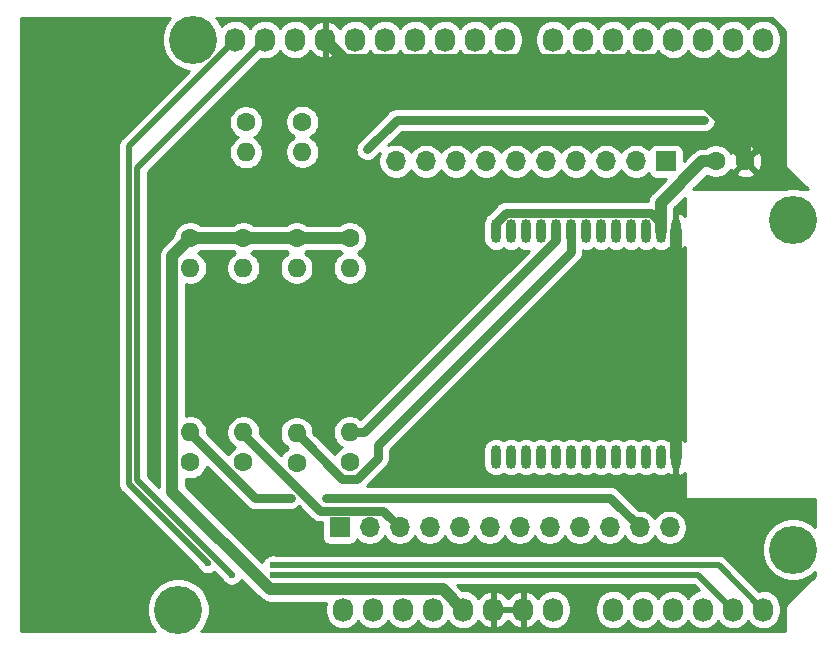
<source format=gbl>
G04 #@! TF.GenerationSoftware,KiCad,Pcbnew,5.1.9-73d0e3b20d~88~ubuntu20.04.1*
G04 #@! TF.CreationDate,2021-11-24T18:57:20+09:00*
G04 #@! TF.ProjectId,ES920LRB-Arduino-Shield,45533932-304c-4524-922d-41726475696e,v1.1*
G04 #@! TF.SameCoordinates,Original*
G04 #@! TF.FileFunction,Copper,L2,Bot*
G04 #@! TF.FilePolarity,Positive*
%FSLAX46Y46*%
G04 Gerber Fmt 4.6, Leading zero omitted, Abs format (unit mm)*
G04 Created by KiCad (PCBNEW 5.1.9-73d0e3b20d~88~ubuntu20.04.1) date 2021-11-24 18:57:20*
%MOMM*%
%LPD*%
G01*
G04 APERTURE LIST*
G04 #@! TA.AperFunction,ComponentPad*
%ADD10O,0.900000X2.000000*%
G04 #@! TD*
G04 #@! TA.AperFunction,ComponentPad*
%ADD11O,1.600000X1.600000*%
G04 #@! TD*
G04 #@! TA.AperFunction,ComponentPad*
%ADD12C,1.600000*%
G04 #@! TD*
G04 #@! TA.AperFunction,ComponentPad*
%ADD13O,1.700000X1.700000*%
G04 #@! TD*
G04 #@! TA.AperFunction,ComponentPad*
%ADD14R,1.700000X1.700000*%
G04 #@! TD*
G04 #@! TA.AperFunction,ComponentPad*
%ADD15O,1.727200X2.032000*%
G04 #@! TD*
G04 #@! TA.AperFunction,ComponentPad*
%ADD16C,4.064000*%
G04 #@! TD*
G04 #@! TA.AperFunction,ViaPad*
%ADD17C,0.600000*%
G04 #@! TD*
G04 #@! TA.AperFunction,Conductor*
%ADD18C,1.000000*%
G04 #@! TD*
G04 #@! TA.AperFunction,Conductor*
%ADD19C,0.500000*%
G04 #@! TD*
G04 #@! TA.AperFunction,Conductor*
%ADD20C,0.750000*%
G04 #@! TD*
G04 #@! TA.AperFunction,Conductor*
%ADD21C,0.254000*%
G04 #@! TD*
G04 #@! TA.AperFunction,Conductor*
%ADD22C,0.100000*%
G04 #@! TD*
G04 APERTURE END LIST*
D10*
G04 #@! TO.P,M1,26*
G04 #@! TO.N,GND*
X167118000Y-110915000D03*
G04 #@! TO.P,M1,1*
X167118000Y-91815000D03*
G04 #@! TO.P,M1,25*
G04 #@! TO.N,Net-(J2-Pad12)*
X165848000Y-110915000D03*
G04 #@! TO.P,M1,2*
G04 #@! TO.N,+3V3*
X165848000Y-91815000D03*
G04 #@! TO.P,M1,24*
G04 #@! TO.N,Net-(J2-Pad11)*
X164578000Y-110915000D03*
G04 #@! TO.P,M1,3*
G04 #@! TO.N,Net-(J1-Pad1)*
X164578000Y-91815000D03*
G04 #@! TO.P,M1,23*
G04 #@! TO.N,Net-(J2-Pad10)*
X163308000Y-110915000D03*
G04 #@! TO.P,M1,4*
G04 #@! TO.N,Net-(J1-Pad2)*
X163308000Y-91815000D03*
G04 #@! TO.P,M1,22*
G04 #@! TO.N,Net-(J2-Pad9)*
X162038000Y-110915000D03*
G04 #@! TO.P,M1,5*
G04 #@! TO.N,Net-(J1-Pad3)*
X162038000Y-91815000D03*
G04 #@! TO.P,M1,21*
G04 #@! TO.N,Net-(J2-Pad8)*
X160768000Y-110915000D03*
G04 #@! TO.P,M1,6*
G04 #@! TO.N,Net-(J1-Pad4)*
X160768000Y-91815000D03*
G04 #@! TO.P,M1,20*
G04 #@! TO.N,Net-(J2-Pad7)*
X159498000Y-110915000D03*
G04 #@! TO.P,M1,7*
G04 #@! TO.N,Net-(J1-Pad5)*
X159498000Y-91815000D03*
G04 #@! TO.P,M1,19*
G04 #@! TO.N,Net-(J2-Pad6)*
X158228000Y-110915000D03*
G04 #@! TO.P,M1,8*
G04 #@! TO.N,Net-(J1-Pad6)*
X158228000Y-91815000D03*
G04 #@! TO.P,M1,18*
G04 #@! TO.N,Net-(J2-Pad5)*
X156958000Y-110915000D03*
G04 #@! TO.P,M1,9*
G04 #@! TO.N,Net-(J1-Pad7)*
X156958000Y-91815000D03*
G04 #@! TO.P,M1,17*
G04 #@! TO.N,Net-(J2-Pad4)*
X155688000Y-110915000D03*
G04 #@! TO.P,M1,10*
G04 #@! TO.N,Net-(J1-Pad8)*
X155688000Y-91815000D03*
G04 #@! TO.P,M1,16*
G04 #@! TO.N,Net-(J2-Pad3)*
X154418000Y-110915000D03*
G04 #@! TO.P,M1,11*
G04 #@! TO.N,Net-(J1-Pad9)*
X154418000Y-91815000D03*
G04 #@! TO.P,M1,15*
G04 #@! TO.N,Net-(J2-Pad2)*
X153148000Y-110915000D03*
G04 #@! TO.P,M1,12*
G04 #@! TO.N,Net-(J1-Pad10)*
X153148000Y-91815000D03*
G04 #@! TO.P,M1,14*
G04 #@! TO.N,Net-(J2-Pad1)*
X151878000Y-110915000D03*
G04 #@! TO.P,M1,13*
G04 #@! TO.N,+3V3*
X151878000Y-91815000D03*
G04 #@! TD*
D11*
G04 #@! TO.P,R10,2*
G04 #@! TO.N,Net-(Q1-Pad3)*
X125998000Y-94905000D03*
D12*
G04 #@! TO.P,R10,1*
G04 #@! TO.N,+5V*
X125998000Y-92365000D03*
G04 #@! TD*
D11*
G04 #@! TO.P,R9,2*
G04 #@! TO.N,Net-(Q2-Pad3)*
X130498000Y-94905000D03*
D12*
G04 #@! TO.P,R9,1*
G04 #@! TO.N,+5V*
X130498000Y-92365000D03*
G04 #@! TD*
D11*
G04 #@! TO.P,R8,2*
G04 #@! TO.N,Net-(JP3-Pad1)*
X134998000Y-94905000D03*
D12*
G04 #@! TO.P,R8,1*
G04 #@! TO.N,+5V*
X134998000Y-92365000D03*
G04 #@! TD*
D11*
G04 #@! TO.P,R7,2*
G04 #@! TO.N,Net-(JP4-Pad1)*
X139498000Y-94905000D03*
D12*
G04 #@! TO.P,R7,1*
G04 #@! TO.N,+5V*
X139498000Y-92365000D03*
G04 #@! TD*
D11*
G04 #@! TO.P,R6,2*
G04 #@! TO.N,Net-(Q2-Pad3)*
X135498000Y-85065000D03*
D12*
G04 #@! TO.P,R6,1*
G04 #@! TO.N,Net-(JP2-Pad1)*
X135498000Y-82525000D03*
G04 #@! TD*
D11*
G04 #@! TO.P,R4,2*
G04 #@! TO.N,Net-(J1-Pad7)*
X139498000Y-108825000D03*
D12*
G04 #@! TO.P,R4,1*
G04 #@! TO.N,+3V3*
X139498000Y-111365000D03*
G04 #@! TD*
G04 #@! TO.P,C1,2*
G04 #@! TO.N,GND*
X172998000Y-85865000D03*
G04 #@! TO.P,C1,1*
G04 #@! TO.N,+3V3*
X170498000Y-85865000D03*
G04 #@! TD*
D13*
G04 #@! TO.P,J2,12*
G04 #@! TO.N,Net-(J2-Pad12)*
X166578000Y-116865000D03*
G04 #@! TO.P,J2,11*
G04 #@! TO.N,Net-(J2-Pad11)*
X164038000Y-116865000D03*
G04 #@! TO.P,J2,10*
G04 #@! TO.N,Net-(J2-Pad10)*
X161498000Y-116865000D03*
G04 #@! TO.P,J2,9*
G04 #@! TO.N,Net-(J2-Pad9)*
X158958000Y-116865000D03*
G04 #@! TO.P,J2,8*
G04 #@! TO.N,Net-(J2-Pad8)*
X156418000Y-116865000D03*
G04 #@! TO.P,J2,7*
G04 #@! TO.N,Net-(J2-Pad7)*
X153878000Y-116865000D03*
G04 #@! TO.P,J2,6*
G04 #@! TO.N,Net-(J2-Pad6)*
X151338000Y-116865000D03*
G04 #@! TO.P,J2,5*
G04 #@! TO.N,Net-(J2-Pad5)*
X148798000Y-116865000D03*
G04 #@! TO.P,J2,4*
G04 #@! TO.N,Net-(J2-Pad4)*
X146258000Y-116865000D03*
G04 #@! TO.P,J2,3*
G04 #@! TO.N,Net-(J2-Pad3)*
X143718000Y-116865000D03*
G04 #@! TO.P,J2,2*
G04 #@! TO.N,Net-(J2-Pad2)*
X141178000Y-116865000D03*
D14*
G04 #@! TO.P,J2,1*
G04 #@! TO.N,Net-(J2-Pad1)*
X138638000Y-116865000D03*
G04 #@! TD*
D13*
G04 #@! TO.P,J1,10*
G04 #@! TO.N,Net-(J1-Pad10)*
X143418000Y-85865000D03*
G04 #@! TO.P,J1,9*
G04 #@! TO.N,Net-(J1-Pad9)*
X145958000Y-85865000D03*
G04 #@! TO.P,J1,8*
G04 #@! TO.N,Net-(J1-Pad8)*
X148498000Y-85865000D03*
G04 #@! TO.P,J1,7*
G04 #@! TO.N,Net-(J1-Pad7)*
X151038000Y-85865000D03*
G04 #@! TO.P,J1,6*
G04 #@! TO.N,Net-(J1-Pad6)*
X153578000Y-85865000D03*
G04 #@! TO.P,J1,5*
G04 #@! TO.N,Net-(J1-Pad5)*
X156118000Y-85865000D03*
G04 #@! TO.P,J1,4*
G04 #@! TO.N,Net-(J1-Pad4)*
X158658000Y-85865000D03*
G04 #@! TO.P,J1,3*
G04 #@! TO.N,Net-(J1-Pad3)*
X161198000Y-85865000D03*
G04 #@! TO.P,J1,2*
G04 #@! TO.N,Net-(J1-Pad2)*
X163738000Y-85865000D03*
D14*
G04 #@! TO.P,J1,1*
G04 #@! TO.N,Net-(J1-Pad1)*
X166278000Y-85865000D03*
G04 #@! TD*
D11*
G04 #@! TO.P,R5,2*
G04 #@! TO.N,Net-(Q1-Pad3)*
X130698000Y-85115000D03*
D12*
G04 #@! TO.P,R5,1*
G04 #@! TO.N,Net-(JP1-Pad1)*
X130698000Y-82575000D03*
G04 #@! TD*
D11*
G04 #@! TO.P,R3,2*
G04 #@! TO.N,Net-(J1-Pad6)*
X134998000Y-108865000D03*
D12*
G04 #@! TO.P,R3,1*
G04 #@! TO.N,+3V3*
X134998000Y-111405000D03*
G04 #@! TD*
D11*
G04 #@! TO.P,R2,2*
G04 #@! TO.N,Net-(J2-Pad3)*
X130498000Y-108825000D03*
D12*
G04 #@! TO.P,R2,1*
G04 #@! TO.N,+3V3*
X130498000Y-111365000D03*
G04 #@! TD*
D11*
G04 #@! TO.P,R1,2*
G04 #@! TO.N,Net-(J2-Pad11)*
X125998000Y-108825000D03*
D12*
G04 #@! TO.P,R1,1*
G04 #@! TO.N,+3V3*
X125998000Y-111365000D03*
G04 #@! TD*
D15*
G04 #@! TO.P,P1,1*
G04 #@! TO.N,N/C*
X138938000Y-123825000D03*
G04 #@! TO.P,P1,2*
X141478000Y-123825000D03*
G04 #@! TO.P,P1,3*
X144018000Y-123825000D03*
G04 #@! TO.P,P1,4*
G04 #@! TO.N,+3V3*
X146558000Y-123825000D03*
G04 #@! TO.P,P1,5*
G04 #@! TO.N,+5V*
X149098000Y-123825000D03*
G04 #@! TO.P,P1,6*
G04 #@! TO.N,GND*
X151638000Y-123825000D03*
G04 #@! TO.P,P1,7*
X154178000Y-123825000D03*
G04 #@! TO.P,P1,8*
G04 #@! TO.N,N/C*
X156718000Y-123825000D03*
G04 #@! TD*
G04 #@! TO.P,P2,1*
G04 #@! TO.N,N/C*
X161798000Y-123825000D03*
G04 #@! TO.P,P2,2*
X164338000Y-123825000D03*
G04 #@! TO.P,P2,3*
X166878000Y-123825000D03*
G04 #@! TO.P,P2,4*
X169418000Y-123825000D03*
G04 #@! TO.P,P2,5*
G04 #@! TO.N,/A4(SDA)*
X171958000Y-123825000D03*
G04 #@! TO.P,P2,6*
G04 #@! TO.N,/A5(SCL)*
X174498000Y-123825000D03*
G04 #@! TD*
G04 #@! TO.P,P3,1*
G04 #@! TO.N,/A5(SCL)*
X129794000Y-75565000D03*
G04 #@! TO.P,P3,2*
G04 #@! TO.N,/A4(SDA)*
X132334000Y-75565000D03*
G04 #@! TO.P,P3,3*
G04 #@! TO.N,N/C*
X134874000Y-75565000D03*
G04 #@! TO.P,P3,4*
G04 #@! TO.N,GND*
X137414000Y-75565000D03*
G04 #@! TO.P,P3,5*
G04 #@! TO.N,N/C*
X139954000Y-75565000D03*
G04 #@! TO.P,P3,6*
X142494000Y-75565000D03*
G04 #@! TO.P,P3,7*
X145034000Y-75565000D03*
G04 #@! TO.P,P3,8*
X147574000Y-75565000D03*
G04 #@! TO.P,P3,9*
X150114000Y-75565000D03*
G04 #@! TO.P,P3,10*
X152654000Y-75565000D03*
G04 #@! TD*
G04 #@! TO.P,P4,1*
G04 #@! TO.N,/7*
X156718000Y-75565000D03*
G04 #@! TO.P,P4,2*
G04 #@! TO.N,/6(\u002A\u002A)*
X159258000Y-75565000D03*
G04 #@! TO.P,P4,3*
G04 #@! TO.N,N/C*
X161798000Y-75565000D03*
G04 #@! TO.P,P4,4*
X164338000Y-75565000D03*
G04 #@! TO.P,P4,5*
G04 #@! TO.N,/3(\u002A\u002A)*
X166878000Y-75565000D03*
G04 #@! TO.P,P4,6*
G04 #@! TO.N,/2*
X169418000Y-75565000D03*
G04 #@! TO.P,P4,7*
G04 #@! TO.N,/1(Tx)*
X171958000Y-75565000D03*
G04 #@! TO.P,P4,8*
G04 #@! TO.N,/0(Rx)*
X174498000Y-75565000D03*
G04 #@! TD*
D16*
G04 #@! TO.P,P5,1*
G04 #@! TO.N,N/C*
X124968000Y-123825000D03*
G04 #@! TD*
G04 #@! TO.P,P6,1*
G04 #@! TO.N,N/C*
X177038000Y-118745000D03*
G04 #@! TD*
G04 #@! TO.P,P7,1*
G04 #@! TO.N,N/C*
X126238000Y-75565000D03*
G04 #@! TD*
G04 #@! TO.P,P8,1*
G04 #@! TO.N,N/C*
X177038000Y-90805000D03*
G04 #@! TD*
D17*
G04 #@! TO.N,GND*
X139498000Y-96865000D03*
X134998000Y-96865000D03*
X130498000Y-96865000D03*
X125998000Y-96865000D03*
X139498000Y-106865000D03*
X134998000Y-106865000D03*
X132498000Y-106865000D03*
X127998000Y-106865000D03*
X139498000Y-89865000D03*
X134998000Y-89865000D03*
X130498000Y-89865000D03*
X173498000Y-77865000D03*
X170498000Y-77865000D03*
X161498000Y-78365000D03*
G04 #@! TO.N,/A4(SDA)*
X132998000Y-120865000D03*
X129498000Y-120865000D03*
G04 #@! TO.N,/A5(SCL)*
X132998000Y-120064997D03*
X127467669Y-119895331D03*
G04 #@! TO.N,Net-(J2-Pad11)*
X137498000Y-114365000D03*
X134498000Y-114365000D03*
G04 #@! TO.N,Net-(JP4-Pad1)*
X140998000Y-84865000D03*
X169498000Y-82365000D03*
X162498000Y-82365000D03*
G04 #@! TD*
D18*
G04 #@! TO.N,GND*
X167118000Y-91815000D02*
X167118000Y-110915000D01*
X139130010Y-77281010D02*
X137414000Y-75565000D01*
X165934303Y-77281010D02*
X139130010Y-77281010D01*
X172998000Y-84344707D02*
X165934303Y-77281010D01*
X172998000Y-85865000D02*
X172998000Y-84344707D01*
D19*
G04 #@! TO.N,/A4(SDA)*
X168998000Y-120865000D02*
X132998000Y-120865000D01*
X171958000Y-123825000D02*
X168998000Y-120865000D01*
X129498000Y-120865000D02*
X121498000Y-112865000D01*
X121498000Y-86401000D02*
X132334000Y-75565000D01*
X121498000Y-112865000D02*
X121498000Y-86401000D01*
G04 #@! TO.N,/A5(SCL)*
X170737997Y-120064997D02*
X132998000Y-120064997D01*
X174498000Y-123825000D02*
X170737997Y-120064997D01*
X120797990Y-84561010D02*
X129794000Y-75565000D01*
X120797990Y-113225652D02*
X120797990Y-84561010D01*
X127467669Y-119895331D02*
X120797990Y-113225652D01*
D20*
G04 #@! TO.N,Net-(J2-Pad11)*
X161538000Y-114365000D02*
X137498000Y-114365000D01*
X164038000Y-116865000D02*
X161538000Y-114365000D01*
X125998000Y-108900002D02*
X125998000Y-108825000D01*
X131462998Y-114365000D02*
X125998000Y-108900002D01*
X134498000Y-114365000D02*
X131462998Y-114365000D01*
G04 #@! TO.N,Net-(J1-Pad6)*
X138873001Y-112740001D02*
X134998000Y-108865000D01*
X140158001Y-112740001D02*
X138873001Y-112740001D01*
X141928000Y-110970002D02*
X140158001Y-112740001D01*
X141928000Y-109865000D02*
X141928000Y-110970002D01*
X158228000Y-93565000D02*
X141928000Y-109865000D01*
X158228000Y-91815000D02*
X158228000Y-93565000D01*
G04 #@! TO.N,Net-(J1-Pad7)*
X140677583Y-108825000D02*
X139498000Y-108825000D01*
X156958000Y-92544583D02*
X140677583Y-108825000D01*
X156958000Y-91815000D02*
X156958000Y-92544583D01*
G04 #@! TO.N,+3V3*
X151878000Y-91085417D02*
X151878000Y-91815000D01*
X152723427Y-90239990D02*
X151878000Y-91085417D01*
X165002573Y-90239990D02*
X152723427Y-90239990D01*
X165848000Y-91085417D02*
X165002573Y-90239990D01*
X165848000Y-91815000D02*
X165848000Y-91085417D01*
D18*
X165848000Y-89383630D02*
X165848000Y-91815000D01*
X169366630Y-85865000D02*
X165848000Y-89383630D01*
X170498000Y-85865000D02*
X169366630Y-85865000D01*
D20*
G04 #@! TO.N,Net-(J2-Pad3)*
X130498000Y-108940002D02*
X130498000Y-108825000D01*
X136997997Y-115439999D02*
X130498000Y-108940002D01*
X142292999Y-115439999D02*
X136997997Y-115439999D01*
X143718000Y-116865000D02*
X142292999Y-115439999D01*
D18*
G04 #@! TO.N,+5V*
X125998000Y-92365000D02*
X130498000Y-92365000D01*
X130498000Y-92365000D02*
X134998000Y-92365000D01*
X134998000Y-92365000D02*
X139498000Y-92365000D01*
X124497999Y-93865001D02*
X125998000Y-92365000D01*
X124497999Y-113845001D02*
X124497999Y-93865001D01*
X132761988Y-122108990D02*
X124497999Y-113845001D01*
X147381990Y-122108990D02*
X132761988Y-122108990D01*
X149098000Y-123825000D02*
X147381990Y-122108990D01*
D20*
G04 #@! TO.N,Net-(JP4-Pad1)*
X140998000Y-84865000D02*
X143498000Y-82365000D01*
X162498000Y-82365000D02*
X169498000Y-82365000D01*
X143498000Y-82365000D02*
X162498000Y-82365000D01*
G04 #@! TD*
D21*
G04 #@! TO.N,GND*
X124166406Y-73864887D02*
X123874536Y-74301702D01*
X123673492Y-74787065D01*
X123571000Y-75302323D01*
X123571000Y-75827677D01*
X123673492Y-76342935D01*
X123874536Y-76828298D01*
X124166406Y-77265113D01*
X124537887Y-77636594D01*
X124974702Y-77928464D01*
X125460065Y-78129508D01*
X125891996Y-78215425D01*
X120202942Y-83904480D01*
X120169174Y-83932193D01*
X120141461Y-83965961D01*
X120141458Y-83965964D01*
X120058580Y-84066951D01*
X119976402Y-84220697D01*
X119925795Y-84387520D01*
X119908709Y-84561010D01*
X119912991Y-84604489D01*
X119912990Y-113182183D01*
X119908709Y-113225652D01*
X119912990Y-113269121D01*
X119912990Y-113269128D01*
X119925795Y-113399141D01*
X119976401Y-113565964D01*
X120058579Y-113719710D01*
X120169173Y-113854469D01*
X120202946Y-113882186D01*
X126625015Y-120304256D01*
X126639083Y-120338220D01*
X126741407Y-120491359D01*
X126871641Y-120621593D01*
X127024780Y-120723917D01*
X127194940Y-120794399D01*
X127375580Y-120830331D01*
X127559758Y-120830331D01*
X127740398Y-120794399D01*
X127910558Y-120723917D01*
X128027320Y-120645899D01*
X128655346Y-121273925D01*
X128669414Y-121307889D01*
X128771738Y-121461028D01*
X128901972Y-121591262D01*
X129055111Y-121693586D01*
X129225271Y-121764068D01*
X129405911Y-121800000D01*
X129590089Y-121800000D01*
X129770729Y-121764068D01*
X129940889Y-121693586D01*
X130094028Y-121591262D01*
X130224262Y-121461028D01*
X130326586Y-121307889D01*
X130335129Y-121287263D01*
X131919997Y-122872131D01*
X131955539Y-122915439D01*
X132128365Y-123057274D01*
X132325541Y-123162666D01*
X132539489Y-123227567D01*
X132706236Y-123243990D01*
X132706245Y-123243990D01*
X132761987Y-123249480D01*
X132817729Y-123243990D01*
X137501985Y-123243990D01*
X137461084Y-123378824D01*
X137439400Y-123598982D01*
X137439400Y-124051019D01*
X137461084Y-124271177D01*
X137546775Y-124553664D01*
X137685931Y-124814006D01*
X137873203Y-125042197D01*
X138101395Y-125229469D01*
X138361737Y-125368625D01*
X138644224Y-125454316D01*
X138938000Y-125483251D01*
X139231777Y-125454316D01*
X139514264Y-125368625D01*
X139774606Y-125229469D01*
X140002797Y-125042197D01*
X140190069Y-124814006D01*
X140208000Y-124780459D01*
X140225931Y-124814006D01*
X140413203Y-125042197D01*
X140641395Y-125229469D01*
X140901737Y-125368625D01*
X141184224Y-125454316D01*
X141478000Y-125483251D01*
X141771777Y-125454316D01*
X142054264Y-125368625D01*
X142314606Y-125229469D01*
X142542797Y-125042197D01*
X142730069Y-124814006D01*
X142748000Y-124780459D01*
X142765931Y-124814006D01*
X142953203Y-125042197D01*
X143181395Y-125229469D01*
X143441737Y-125368625D01*
X143724224Y-125454316D01*
X144018000Y-125483251D01*
X144311777Y-125454316D01*
X144594264Y-125368625D01*
X144854606Y-125229469D01*
X145082797Y-125042197D01*
X145270069Y-124814006D01*
X145288000Y-124780459D01*
X145305931Y-124814006D01*
X145493203Y-125042197D01*
X145721395Y-125229469D01*
X145981737Y-125368625D01*
X146264224Y-125454316D01*
X146558000Y-125483251D01*
X146851777Y-125454316D01*
X147134264Y-125368625D01*
X147394606Y-125229469D01*
X147622797Y-125042197D01*
X147810069Y-124814006D01*
X147828000Y-124780459D01*
X147845931Y-124814006D01*
X148033203Y-125042197D01*
X148261395Y-125229469D01*
X148521737Y-125368625D01*
X148804224Y-125454316D01*
X149098000Y-125483251D01*
X149391777Y-125454316D01*
X149674264Y-125368625D01*
X149934606Y-125229469D01*
X150162797Y-125042197D01*
X150350069Y-124814006D01*
X150371424Y-124774053D01*
X150519514Y-124976729D01*
X150735965Y-125175733D01*
X150987081Y-125328686D01*
X151263211Y-125429709D01*
X151278974Y-125432358D01*
X151511000Y-125311217D01*
X151511000Y-123952000D01*
X151765000Y-123952000D01*
X151765000Y-125311217D01*
X151997026Y-125432358D01*
X152012789Y-125429709D01*
X152288919Y-125328686D01*
X152540035Y-125175733D01*
X152756486Y-124976729D01*
X152908000Y-124769367D01*
X153059514Y-124976729D01*
X153275965Y-125175733D01*
X153527081Y-125328686D01*
X153803211Y-125429709D01*
X153818974Y-125432358D01*
X154051000Y-125311217D01*
X154051000Y-123952000D01*
X151765000Y-123952000D01*
X151511000Y-123952000D01*
X151491000Y-123952000D01*
X151491000Y-123698000D01*
X151511000Y-123698000D01*
X151511000Y-122338783D01*
X151765000Y-122338783D01*
X151765000Y-123698000D01*
X154051000Y-123698000D01*
X154051000Y-122338783D01*
X154305000Y-122338783D01*
X154305000Y-123698000D01*
X154325000Y-123698000D01*
X154325000Y-123952000D01*
X154305000Y-123952000D01*
X154305000Y-125311217D01*
X154537026Y-125432358D01*
X154552789Y-125429709D01*
X154828919Y-125328686D01*
X155080035Y-125175733D01*
X155296486Y-124976729D01*
X155444576Y-124774053D01*
X155465931Y-124814006D01*
X155653203Y-125042197D01*
X155881395Y-125229469D01*
X156141737Y-125368625D01*
X156424224Y-125454316D01*
X156718000Y-125483251D01*
X157011777Y-125454316D01*
X157294264Y-125368625D01*
X157554606Y-125229469D01*
X157782797Y-125042197D01*
X157970069Y-124814006D01*
X158109225Y-124553663D01*
X158194916Y-124271176D01*
X158216600Y-124051018D01*
X158216600Y-123598981D01*
X158194916Y-123378823D01*
X158109225Y-123096336D01*
X157970069Y-122835994D01*
X157782797Y-122607803D01*
X157554605Y-122420531D01*
X157294263Y-122281375D01*
X157011776Y-122195684D01*
X156718000Y-122166749D01*
X156424223Y-122195684D01*
X156141736Y-122281375D01*
X155881394Y-122420531D01*
X155653203Y-122607803D01*
X155465931Y-122835995D01*
X155444576Y-122875947D01*
X155296486Y-122673271D01*
X155080035Y-122474267D01*
X154828919Y-122321314D01*
X154552789Y-122220291D01*
X154537026Y-122217642D01*
X154305000Y-122338783D01*
X154051000Y-122338783D01*
X153818974Y-122217642D01*
X153803211Y-122220291D01*
X153527081Y-122321314D01*
X153275965Y-122474267D01*
X153059514Y-122673271D01*
X152908000Y-122880633D01*
X152756486Y-122673271D01*
X152540035Y-122474267D01*
X152288919Y-122321314D01*
X152012789Y-122220291D01*
X151997026Y-122217642D01*
X151765000Y-122338783D01*
X151511000Y-122338783D01*
X151278974Y-122217642D01*
X151263211Y-122220291D01*
X150987081Y-122321314D01*
X150735965Y-122474267D01*
X150519514Y-122673271D01*
X150371424Y-122875947D01*
X150350069Y-122835994D01*
X150162797Y-122607803D01*
X149934605Y-122420531D01*
X149674263Y-122281375D01*
X149391776Y-122195684D01*
X149098000Y-122166749D01*
X149049644Y-122171512D01*
X148628132Y-121750000D01*
X168631422Y-121750000D01*
X169088072Y-122206650D01*
X168841736Y-122281375D01*
X168581394Y-122420531D01*
X168353203Y-122607803D01*
X168165931Y-122835995D01*
X168148000Y-122869541D01*
X168130069Y-122835994D01*
X167942797Y-122607803D01*
X167714605Y-122420531D01*
X167454263Y-122281375D01*
X167171776Y-122195684D01*
X166878000Y-122166749D01*
X166584223Y-122195684D01*
X166301736Y-122281375D01*
X166041394Y-122420531D01*
X165813203Y-122607803D01*
X165625931Y-122835995D01*
X165608000Y-122869541D01*
X165590069Y-122835994D01*
X165402797Y-122607803D01*
X165174605Y-122420531D01*
X164914263Y-122281375D01*
X164631776Y-122195684D01*
X164338000Y-122166749D01*
X164044223Y-122195684D01*
X163761736Y-122281375D01*
X163501394Y-122420531D01*
X163273203Y-122607803D01*
X163085931Y-122835995D01*
X163068000Y-122869541D01*
X163050069Y-122835994D01*
X162862797Y-122607803D01*
X162634605Y-122420531D01*
X162374263Y-122281375D01*
X162091776Y-122195684D01*
X161798000Y-122166749D01*
X161504223Y-122195684D01*
X161221736Y-122281375D01*
X160961394Y-122420531D01*
X160733203Y-122607803D01*
X160545931Y-122835995D01*
X160406775Y-123096337D01*
X160321084Y-123378824D01*
X160299400Y-123598982D01*
X160299400Y-124051019D01*
X160321084Y-124271177D01*
X160406775Y-124553664D01*
X160545931Y-124814006D01*
X160733203Y-125042197D01*
X160961395Y-125229469D01*
X161221737Y-125368625D01*
X161504224Y-125454316D01*
X161798000Y-125483251D01*
X162091777Y-125454316D01*
X162374264Y-125368625D01*
X162634606Y-125229469D01*
X162862797Y-125042197D01*
X163050069Y-124814006D01*
X163068000Y-124780459D01*
X163085931Y-124814006D01*
X163273203Y-125042197D01*
X163501395Y-125229469D01*
X163761737Y-125368625D01*
X164044224Y-125454316D01*
X164338000Y-125483251D01*
X164631777Y-125454316D01*
X164914264Y-125368625D01*
X165174606Y-125229469D01*
X165402797Y-125042197D01*
X165590069Y-124814006D01*
X165608000Y-124780459D01*
X165625931Y-124814006D01*
X165813203Y-125042197D01*
X166041395Y-125229469D01*
X166301737Y-125368625D01*
X166584224Y-125454316D01*
X166878000Y-125483251D01*
X167171777Y-125454316D01*
X167454264Y-125368625D01*
X167714606Y-125229469D01*
X167942797Y-125042197D01*
X168130069Y-124814006D01*
X168148000Y-124780459D01*
X168165931Y-124814006D01*
X168353203Y-125042197D01*
X168581395Y-125229469D01*
X168841737Y-125368625D01*
X169124224Y-125454316D01*
X169418000Y-125483251D01*
X169711777Y-125454316D01*
X169994264Y-125368625D01*
X170254606Y-125229469D01*
X170482797Y-125042197D01*
X170670069Y-124814006D01*
X170688000Y-124780459D01*
X170705931Y-124814006D01*
X170893203Y-125042197D01*
X171121395Y-125229469D01*
X171381737Y-125368625D01*
X171664224Y-125454316D01*
X171958000Y-125483251D01*
X172251777Y-125454316D01*
X172534264Y-125368625D01*
X172794606Y-125229469D01*
X173022797Y-125042197D01*
X173210069Y-124814006D01*
X173228000Y-124780459D01*
X173245931Y-124814006D01*
X173433203Y-125042197D01*
X173661395Y-125229469D01*
X173921737Y-125368625D01*
X174204224Y-125454316D01*
X174498000Y-125483251D01*
X174791777Y-125454316D01*
X175074264Y-125368625D01*
X175334606Y-125229469D01*
X175562797Y-125042197D01*
X175750069Y-124814006D01*
X175889225Y-124553663D01*
X175974916Y-124271176D01*
X175996600Y-124051018D01*
X175996600Y-123598981D01*
X175974916Y-123378823D01*
X175889225Y-123096336D01*
X175750069Y-122835994D01*
X175562797Y-122607803D01*
X175334605Y-122420531D01*
X175074263Y-122281375D01*
X174791776Y-122195684D01*
X174498000Y-122166749D01*
X174204223Y-122195684D01*
X174139804Y-122215225D01*
X171394531Y-119469953D01*
X171366814Y-119436180D01*
X171232056Y-119325586D01*
X171078310Y-119243408D01*
X170911487Y-119192802D01*
X170781474Y-119179997D01*
X170781466Y-119179997D01*
X170737997Y-119175716D01*
X170694528Y-119179997D01*
X133304692Y-119179997D01*
X133270729Y-119165929D01*
X133090089Y-119129997D01*
X132905911Y-119129997D01*
X132725271Y-119165929D01*
X132555111Y-119236411D01*
X132401972Y-119338735D01*
X132271738Y-119468969D01*
X132169414Y-119622108D01*
X132098932Y-119792268D01*
X132090880Y-119832750D01*
X125632999Y-113374870D01*
X125632999Y-112755509D01*
X125856665Y-112800000D01*
X126139335Y-112800000D01*
X126416574Y-112744853D01*
X126677727Y-112636680D01*
X126912759Y-112479637D01*
X127112637Y-112279759D01*
X127269680Y-112044727D01*
X127377853Y-111783574D01*
X127390357Y-111720714D01*
X130713737Y-115044094D01*
X130745365Y-115082633D01*
X130899158Y-115208847D01*
X131074618Y-115302632D01*
X131265004Y-115360385D01*
X131413390Y-115375000D01*
X131413392Y-115375000D01*
X131462997Y-115379886D01*
X131512602Y-115375000D01*
X134547608Y-115375000D01*
X134695994Y-115360385D01*
X134886380Y-115302632D01*
X135061840Y-115208847D01*
X135213789Y-115084147D01*
X136248740Y-116119098D01*
X136280364Y-116157632D01*
X136434157Y-116283846D01*
X136609617Y-116377631D01*
X136800002Y-116435384D01*
X136997997Y-116454885D01*
X137047605Y-116449999D01*
X137149928Y-116449999D01*
X137149928Y-117715000D01*
X137162188Y-117839482D01*
X137198498Y-117959180D01*
X137257463Y-118069494D01*
X137336815Y-118166185D01*
X137433506Y-118245537D01*
X137543820Y-118304502D01*
X137663518Y-118340812D01*
X137788000Y-118353072D01*
X139488000Y-118353072D01*
X139612482Y-118340812D01*
X139732180Y-118304502D01*
X139842494Y-118245537D01*
X139939185Y-118166185D01*
X140018537Y-118069494D01*
X140077502Y-117959180D01*
X140099513Y-117886620D01*
X140231368Y-118018475D01*
X140474589Y-118180990D01*
X140744842Y-118292932D01*
X141031740Y-118350000D01*
X141324260Y-118350000D01*
X141611158Y-118292932D01*
X141881411Y-118180990D01*
X142124632Y-118018475D01*
X142331475Y-117811632D01*
X142448000Y-117637240D01*
X142564525Y-117811632D01*
X142771368Y-118018475D01*
X143014589Y-118180990D01*
X143284842Y-118292932D01*
X143571740Y-118350000D01*
X143864260Y-118350000D01*
X144151158Y-118292932D01*
X144421411Y-118180990D01*
X144664632Y-118018475D01*
X144871475Y-117811632D01*
X144988000Y-117637240D01*
X145104525Y-117811632D01*
X145311368Y-118018475D01*
X145554589Y-118180990D01*
X145824842Y-118292932D01*
X146111740Y-118350000D01*
X146404260Y-118350000D01*
X146691158Y-118292932D01*
X146961411Y-118180990D01*
X147204632Y-118018475D01*
X147411475Y-117811632D01*
X147528000Y-117637240D01*
X147644525Y-117811632D01*
X147851368Y-118018475D01*
X148094589Y-118180990D01*
X148364842Y-118292932D01*
X148651740Y-118350000D01*
X148944260Y-118350000D01*
X149231158Y-118292932D01*
X149501411Y-118180990D01*
X149744632Y-118018475D01*
X149951475Y-117811632D01*
X150068000Y-117637240D01*
X150184525Y-117811632D01*
X150391368Y-118018475D01*
X150634589Y-118180990D01*
X150904842Y-118292932D01*
X151191740Y-118350000D01*
X151484260Y-118350000D01*
X151771158Y-118292932D01*
X152041411Y-118180990D01*
X152284632Y-118018475D01*
X152491475Y-117811632D01*
X152608000Y-117637240D01*
X152724525Y-117811632D01*
X152931368Y-118018475D01*
X153174589Y-118180990D01*
X153444842Y-118292932D01*
X153731740Y-118350000D01*
X154024260Y-118350000D01*
X154311158Y-118292932D01*
X154581411Y-118180990D01*
X154824632Y-118018475D01*
X155031475Y-117811632D01*
X155148000Y-117637240D01*
X155264525Y-117811632D01*
X155471368Y-118018475D01*
X155714589Y-118180990D01*
X155984842Y-118292932D01*
X156271740Y-118350000D01*
X156564260Y-118350000D01*
X156851158Y-118292932D01*
X157121411Y-118180990D01*
X157364632Y-118018475D01*
X157571475Y-117811632D01*
X157688000Y-117637240D01*
X157804525Y-117811632D01*
X158011368Y-118018475D01*
X158254589Y-118180990D01*
X158524842Y-118292932D01*
X158811740Y-118350000D01*
X159104260Y-118350000D01*
X159391158Y-118292932D01*
X159661411Y-118180990D01*
X159904632Y-118018475D01*
X160111475Y-117811632D01*
X160228000Y-117637240D01*
X160344525Y-117811632D01*
X160551368Y-118018475D01*
X160794589Y-118180990D01*
X161064842Y-118292932D01*
X161351740Y-118350000D01*
X161644260Y-118350000D01*
X161931158Y-118292932D01*
X162201411Y-118180990D01*
X162444632Y-118018475D01*
X162651475Y-117811632D01*
X162768000Y-117637240D01*
X162884525Y-117811632D01*
X163091368Y-118018475D01*
X163334589Y-118180990D01*
X163604842Y-118292932D01*
X163891740Y-118350000D01*
X164184260Y-118350000D01*
X164471158Y-118292932D01*
X164741411Y-118180990D01*
X164984632Y-118018475D01*
X165191475Y-117811632D01*
X165308000Y-117637240D01*
X165424525Y-117811632D01*
X165631368Y-118018475D01*
X165874589Y-118180990D01*
X166144842Y-118292932D01*
X166431740Y-118350000D01*
X166724260Y-118350000D01*
X167011158Y-118292932D01*
X167281411Y-118180990D01*
X167524632Y-118018475D01*
X167731475Y-117811632D01*
X167893990Y-117568411D01*
X168005932Y-117298158D01*
X168063000Y-117011260D01*
X168063000Y-116718740D01*
X168005932Y-116431842D01*
X167893990Y-116161589D01*
X167731475Y-115918368D01*
X167524632Y-115711525D01*
X167281411Y-115549010D01*
X167011158Y-115437068D01*
X166724260Y-115380000D01*
X166431740Y-115380000D01*
X166144842Y-115437068D01*
X165874589Y-115549010D01*
X165631368Y-115711525D01*
X165424525Y-115918368D01*
X165308000Y-116092760D01*
X165191475Y-115918368D01*
X164984632Y-115711525D01*
X164741411Y-115549010D01*
X164471158Y-115437068D01*
X164184260Y-115380000D01*
X163981356Y-115380000D01*
X162287261Y-113685906D01*
X162255633Y-113647367D01*
X162101840Y-113521153D01*
X161926380Y-113427368D01*
X161735994Y-113369615D01*
X161587608Y-113355000D01*
X161538000Y-113350114D01*
X161488392Y-113355000D01*
X140971357Y-113355000D01*
X142607099Y-111719258D01*
X142645633Y-111687635D01*
X142771847Y-111533842D01*
X142865632Y-111358382D01*
X142923385Y-111167996D01*
X142938000Y-111019610D01*
X142942886Y-110970002D01*
X142938000Y-110920394D01*
X142938000Y-110311706D01*
X150793000Y-110311706D01*
X150793000Y-111518293D01*
X150808700Y-111677696D01*
X150870741Y-111882219D01*
X150971491Y-112070710D01*
X151107078Y-112235922D01*
X151272290Y-112371509D01*
X151460780Y-112472259D01*
X151665303Y-112534300D01*
X151878000Y-112555249D01*
X152090696Y-112534300D01*
X152295219Y-112472259D01*
X152483710Y-112371509D01*
X152513000Y-112347471D01*
X152542290Y-112371509D01*
X152730780Y-112472259D01*
X152935303Y-112534300D01*
X153148000Y-112555249D01*
X153360696Y-112534300D01*
X153565219Y-112472259D01*
X153753710Y-112371509D01*
X153783000Y-112347471D01*
X153812290Y-112371509D01*
X154000780Y-112472259D01*
X154205303Y-112534300D01*
X154418000Y-112555249D01*
X154630696Y-112534300D01*
X154835219Y-112472259D01*
X155023710Y-112371509D01*
X155053000Y-112347471D01*
X155082290Y-112371509D01*
X155270780Y-112472259D01*
X155475303Y-112534300D01*
X155688000Y-112555249D01*
X155900696Y-112534300D01*
X156105219Y-112472259D01*
X156293710Y-112371509D01*
X156323000Y-112347471D01*
X156352290Y-112371509D01*
X156540780Y-112472259D01*
X156745303Y-112534300D01*
X156958000Y-112555249D01*
X157170696Y-112534300D01*
X157375219Y-112472259D01*
X157563710Y-112371509D01*
X157593000Y-112347471D01*
X157622290Y-112371509D01*
X157810780Y-112472259D01*
X158015303Y-112534300D01*
X158228000Y-112555249D01*
X158440696Y-112534300D01*
X158645219Y-112472259D01*
X158833710Y-112371509D01*
X158863000Y-112347471D01*
X158892290Y-112371509D01*
X159080780Y-112472259D01*
X159285303Y-112534300D01*
X159498000Y-112555249D01*
X159710696Y-112534300D01*
X159915219Y-112472259D01*
X160103710Y-112371509D01*
X160133000Y-112347471D01*
X160162290Y-112371509D01*
X160350780Y-112472259D01*
X160555303Y-112534300D01*
X160768000Y-112555249D01*
X160980696Y-112534300D01*
X161185219Y-112472259D01*
X161373710Y-112371509D01*
X161403000Y-112347471D01*
X161432290Y-112371509D01*
X161620780Y-112472259D01*
X161825303Y-112534300D01*
X162038000Y-112555249D01*
X162250696Y-112534300D01*
X162455219Y-112472259D01*
X162643710Y-112371509D01*
X162673000Y-112347471D01*
X162702290Y-112371509D01*
X162890780Y-112472259D01*
X163095303Y-112534300D01*
X163308000Y-112555249D01*
X163520696Y-112534300D01*
X163725219Y-112472259D01*
X163913710Y-112371509D01*
X163943000Y-112347471D01*
X163972290Y-112371509D01*
X164160780Y-112472259D01*
X164365303Y-112534300D01*
X164578000Y-112555249D01*
X164790696Y-112534300D01*
X164995219Y-112472259D01*
X165183710Y-112371509D01*
X165213000Y-112347471D01*
X165242290Y-112371509D01*
X165430780Y-112472259D01*
X165635303Y-112534300D01*
X165848000Y-112555249D01*
X166060696Y-112534300D01*
X166265219Y-112472259D01*
X166453710Y-112371509D01*
X166481792Y-112348463D01*
X166620803Y-112437702D01*
X166823999Y-112509408D01*
X166991000Y-112382502D01*
X166991000Y-111042000D01*
X166971000Y-111042000D01*
X166971000Y-110788000D01*
X166991000Y-110788000D01*
X166991000Y-109447498D01*
X166823999Y-109320592D01*
X166620803Y-109392298D01*
X166481792Y-109481537D01*
X166453710Y-109458491D01*
X166265220Y-109357741D01*
X166060697Y-109295700D01*
X165848000Y-109274751D01*
X165635304Y-109295700D01*
X165430781Y-109357741D01*
X165242291Y-109458491D01*
X165213001Y-109482529D01*
X165183710Y-109458491D01*
X164995220Y-109357741D01*
X164790697Y-109295700D01*
X164578000Y-109274751D01*
X164365304Y-109295700D01*
X164160781Y-109357741D01*
X163972291Y-109458491D01*
X163943001Y-109482529D01*
X163913710Y-109458491D01*
X163725220Y-109357741D01*
X163520697Y-109295700D01*
X163308000Y-109274751D01*
X163095304Y-109295700D01*
X162890781Y-109357741D01*
X162702291Y-109458491D01*
X162673001Y-109482529D01*
X162643710Y-109458491D01*
X162455220Y-109357741D01*
X162250697Y-109295700D01*
X162038000Y-109274751D01*
X161825304Y-109295700D01*
X161620781Y-109357741D01*
X161432291Y-109458491D01*
X161403001Y-109482529D01*
X161373710Y-109458491D01*
X161185220Y-109357741D01*
X160980697Y-109295700D01*
X160768000Y-109274751D01*
X160555304Y-109295700D01*
X160350781Y-109357741D01*
X160162291Y-109458491D01*
X160133001Y-109482529D01*
X160103710Y-109458491D01*
X159915220Y-109357741D01*
X159710697Y-109295700D01*
X159498000Y-109274751D01*
X159285304Y-109295700D01*
X159080781Y-109357741D01*
X158892291Y-109458491D01*
X158863001Y-109482529D01*
X158833710Y-109458491D01*
X158645220Y-109357741D01*
X158440697Y-109295700D01*
X158228000Y-109274751D01*
X158015304Y-109295700D01*
X157810781Y-109357741D01*
X157622291Y-109458491D01*
X157593001Y-109482529D01*
X157563710Y-109458491D01*
X157375220Y-109357741D01*
X157170697Y-109295700D01*
X156958000Y-109274751D01*
X156745304Y-109295700D01*
X156540781Y-109357741D01*
X156352291Y-109458491D01*
X156323001Y-109482529D01*
X156293710Y-109458491D01*
X156105220Y-109357741D01*
X155900697Y-109295700D01*
X155688000Y-109274751D01*
X155475304Y-109295700D01*
X155270781Y-109357741D01*
X155082291Y-109458491D01*
X155053001Y-109482529D01*
X155023710Y-109458491D01*
X154835220Y-109357741D01*
X154630697Y-109295700D01*
X154418000Y-109274751D01*
X154205304Y-109295700D01*
X154000781Y-109357741D01*
X153812291Y-109458491D01*
X153783001Y-109482529D01*
X153753710Y-109458491D01*
X153565220Y-109357741D01*
X153360697Y-109295700D01*
X153148000Y-109274751D01*
X152935304Y-109295700D01*
X152730781Y-109357741D01*
X152542291Y-109458491D01*
X152513001Y-109482529D01*
X152483710Y-109458491D01*
X152295220Y-109357741D01*
X152090697Y-109295700D01*
X151878000Y-109274751D01*
X151665304Y-109295700D01*
X151460781Y-109357741D01*
X151272291Y-109458491D01*
X151107079Y-109594078D01*
X150971492Y-109759290D01*
X150870742Y-109947780D01*
X150808700Y-110152303D01*
X150793000Y-110311706D01*
X142938000Y-110311706D01*
X142938000Y-110283355D01*
X158907094Y-94314261D01*
X158945633Y-94282633D01*
X159071847Y-94128840D01*
X159165632Y-93953380D01*
X159223385Y-93762994D01*
X159238000Y-93614608D01*
X159238000Y-93614606D01*
X159242886Y-93565001D01*
X159238000Y-93515396D01*
X159238000Y-93419951D01*
X159285303Y-93434300D01*
X159498000Y-93455249D01*
X159710696Y-93434300D01*
X159915219Y-93372259D01*
X160103710Y-93271509D01*
X160133000Y-93247471D01*
X160162290Y-93271509D01*
X160350780Y-93372259D01*
X160555303Y-93434300D01*
X160768000Y-93455249D01*
X160980696Y-93434300D01*
X161185219Y-93372259D01*
X161373710Y-93271509D01*
X161403000Y-93247471D01*
X161432290Y-93271509D01*
X161620780Y-93372259D01*
X161825303Y-93434300D01*
X162038000Y-93455249D01*
X162250696Y-93434300D01*
X162455219Y-93372259D01*
X162643710Y-93271509D01*
X162673000Y-93247471D01*
X162702290Y-93271509D01*
X162890780Y-93372259D01*
X163095303Y-93434300D01*
X163308000Y-93455249D01*
X163520696Y-93434300D01*
X163725219Y-93372259D01*
X163913710Y-93271509D01*
X163943000Y-93247471D01*
X163972290Y-93271509D01*
X164160780Y-93372259D01*
X164365303Y-93434300D01*
X164578000Y-93455249D01*
X164790696Y-93434300D01*
X164995219Y-93372259D01*
X165183710Y-93271509D01*
X165213000Y-93247471D01*
X165242290Y-93271509D01*
X165430780Y-93372259D01*
X165635303Y-93434300D01*
X165848000Y-93455249D01*
X166060696Y-93434300D01*
X166265219Y-93372259D01*
X166453710Y-93271509D01*
X166481792Y-93248463D01*
X166620803Y-93337702D01*
X166823999Y-93409408D01*
X166991000Y-93282502D01*
X166991000Y-91942000D01*
X166975983Y-91942000D01*
X166983000Y-91870752D01*
X166983000Y-91688000D01*
X166991000Y-91688000D01*
X166991000Y-90347498D01*
X166983000Y-90341419D01*
X166983000Y-89853761D01*
X167871000Y-88965761D01*
X167871000Y-90480854D01*
X167795408Y-90407986D01*
X167615197Y-90292298D01*
X167412001Y-90220592D01*
X167245000Y-90347498D01*
X167245000Y-91688000D01*
X167265000Y-91688000D01*
X167265000Y-91942000D01*
X167245000Y-91942000D01*
X167245000Y-93282502D01*
X167412001Y-93409408D01*
X167615197Y-93337702D01*
X167795408Y-93222014D01*
X167871000Y-93149146D01*
X167871000Y-109580854D01*
X167795408Y-109507986D01*
X167615197Y-109392298D01*
X167412001Y-109320592D01*
X167245000Y-109447498D01*
X167245000Y-110788000D01*
X167265000Y-110788000D01*
X167265000Y-111042000D01*
X167245000Y-111042000D01*
X167245000Y-112382502D01*
X167412001Y-112509408D01*
X167615197Y-112437702D01*
X167795408Y-112322014D01*
X167871000Y-112249146D01*
X167871000Y-114365000D01*
X167873440Y-114389776D01*
X167880667Y-114413601D01*
X167892403Y-114435557D01*
X167908197Y-114454803D01*
X167927443Y-114470597D01*
X167949399Y-114482333D01*
X167973224Y-114489560D01*
X167998000Y-114492000D01*
X178868000Y-114492000D01*
X178868000Y-116803293D01*
X178738113Y-116673406D01*
X178301298Y-116381536D01*
X177815935Y-116180492D01*
X177300677Y-116078000D01*
X176775323Y-116078000D01*
X176260065Y-116180492D01*
X175774702Y-116381536D01*
X175337887Y-116673406D01*
X174966406Y-117044887D01*
X174674536Y-117481702D01*
X174473492Y-117967065D01*
X174371000Y-118482323D01*
X174371000Y-119007677D01*
X174473492Y-119522935D01*
X174674536Y-120008298D01*
X174966406Y-120445113D01*
X175337887Y-120816594D01*
X175774702Y-121108464D01*
X176260065Y-121309508D01*
X176775323Y-121412000D01*
X177300677Y-121412000D01*
X177815935Y-121309508D01*
X178301298Y-121108464D01*
X178738113Y-120816594D01*
X178868000Y-120686707D01*
X178868000Y-120990908D01*
X176560617Y-123298292D01*
X176533526Y-123320525D01*
X176511293Y-123347616D01*
X176444801Y-123428637D01*
X176378872Y-123551981D01*
X176338274Y-123685816D01*
X176324565Y-123825000D01*
X176328001Y-123859885D01*
X176328000Y-125655000D01*
X126909707Y-125655000D01*
X127039594Y-125525113D01*
X127331464Y-125088298D01*
X127532508Y-124602935D01*
X127635000Y-124087677D01*
X127635000Y-123562323D01*
X127532508Y-123047065D01*
X127331464Y-122561702D01*
X127039594Y-122124887D01*
X126668113Y-121753406D01*
X126231298Y-121461536D01*
X125745935Y-121260492D01*
X125230677Y-121158000D01*
X124705323Y-121158000D01*
X124190065Y-121260492D01*
X123704702Y-121461536D01*
X123267887Y-121753406D01*
X122896406Y-122124887D01*
X122604536Y-122561702D01*
X122403492Y-123047065D01*
X122301000Y-123562323D01*
X122301000Y-124087677D01*
X122403492Y-124602935D01*
X122604536Y-125088298D01*
X122896406Y-125525113D01*
X123026293Y-125655000D01*
X111708000Y-125655000D01*
X111708000Y-73735000D01*
X124296293Y-73735000D01*
X124166406Y-73864887D01*
G04 #@! TA.AperFunction,Conductor*
D22*
G36*
X124166406Y-73864887D02*
G01*
X123874536Y-74301702D01*
X123673492Y-74787065D01*
X123571000Y-75302323D01*
X123571000Y-75827677D01*
X123673492Y-76342935D01*
X123874536Y-76828298D01*
X124166406Y-77265113D01*
X124537887Y-77636594D01*
X124974702Y-77928464D01*
X125460065Y-78129508D01*
X125891996Y-78215425D01*
X120202942Y-83904480D01*
X120169174Y-83932193D01*
X120141461Y-83965961D01*
X120141458Y-83965964D01*
X120058580Y-84066951D01*
X119976402Y-84220697D01*
X119925795Y-84387520D01*
X119908709Y-84561010D01*
X119912991Y-84604489D01*
X119912990Y-113182183D01*
X119908709Y-113225652D01*
X119912990Y-113269121D01*
X119912990Y-113269128D01*
X119925795Y-113399141D01*
X119976401Y-113565964D01*
X120058579Y-113719710D01*
X120169173Y-113854469D01*
X120202946Y-113882186D01*
X126625015Y-120304256D01*
X126639083Y-120338220D01*
X126741407Y-120491359D01*
X126871641Y-120621593D01*
X127024780Y-120723917D01*
X127194940Y-120794399D01*
X127375580Y-120830331D01*
X127559758Y-120830331D01*
X127740398Y-120794399D01*
X127910558Y-120723917D01*
X128027320Y-120645899D01*
X128655346Y-121273925D01*
X128669414Y-121307889D01*
X128771738Y-121461028D01*
X128901972Y-121591262D01*
X129055111Y-121693586D01*
X129225271Y-121764068D01*
X129405911Y-121800000D01*
X129590089Y-121800000D01*
X129770729Y-121764068D01*
X129940889Y-121693586D01*
X130094028Y-121591262D01*
X130224262Y-121461028D01*
X130326586Y-121307889D01*
X130335129Y-121287263D01*
X131919997Y-122872131D01*
X131955539Y-122915439D01*
X132128365Y-123057274D01*
X132325541Y-123162666D01*
X132539489Y-123227567D01*
X132706236Y-123243990D01*
X132706245Y-123243990D01*
X132761987Y-123249480D01*
X132817729Y-123243990D01*
X137501985Y-123243990D01*
X137461084Y-123378824D01*
X137439400Y-123598982D01*
X137439400Y-124051019D01*
X137461084Y-124271177D01*
X137546775Y-124553664D01*
X137685931Y-124814006D01*
X137873203Y-125042197D01*
X138101395Y-125229469D01*
X138361737Y-125368625D01*
X138644224Y-125454316D01*
X138938000Y-125483251D01*
X139231777Y-125454316D01*
X139514264Y-125368625D01*
X139774606Y-125229469D01*
X140002797Y-125042197D01*
X140190069Y-124814006D01*
X140208000Y-124780459D01*
X140225931Y-124814006D01*
X140413203Y-125042197D01*
X140641395Y-125229469D01*
X140901737Y-125368625D01*
X141184224Y-125454316D01*
X141478000Y-125483251D01*
X141771777Y-125454316D01*
X142054264Y-125368625D01*
X142314606Y-125229469D01*
X142542797Y-125042197D01*
X142730069Y-124814006D01*
X142748000Y-124780459D01*
X142765931Y-124814006D01*
X142953203Y-125042197D01*
X143181395Y-125229469D01*
X143441737Y-125368625D01*
X143724224Y-125454316D01*
X144018000Y-125483251D01*
X144311777Y-125454316D01*
X144594264Y-125368625D01*
X144854606Y-125229469D01*
X145082797Y-125042197D01*
X145270069Y-124814006D01*
X145288000Y-124780459D01*
X145305931Y-124814006D01*
X145493203Y-125042197D01*
X145721395Y-125229469D01*
X145981737Y-125368625D01*
X146264224Y-125454316D01*
X146558000Y-125483251D01*
X146851777Y-125454316D01*
X147134264Y-125368625D01*
X147394606Y-125229469D01*
X147622797Y-125042197D01*
X147810069Y-124814006D01*
X147828000Y-124780459D01*
X147845931Y-124814006D01*
X148033203Y-125042197D01*
X148261395Y-125229469D01*
X148521737Y-125368625D01*
X148804224Y-125454316D01*
X149098000Y-125483251D01*
X149391777Y-125454316D01*
X149674264Y-125368625D01*
X149934606Y-125229469D01*
X150162797Y-125042197D01*
X150350069Y-124814006D01*
X150371424Y-124774053D01*
X150519514Y-124976729D01*
X150735965Y-125175733D01*
X150987081Y-125328686D01*
X151263211Y-125429709D01*
X151278974Y-125432358D01*
X151511000Y-125311217D01*
X151511000Y-123952000D01*
X151765000Y-123952000D01*
X151765000Y-125311217D01*
X151997026Y-125432358D01*
X152012789Y-125429709D01*
X152288919Y-125328686D01*
X152540035Y-125175733D01*
X152756486Y-124976729D01*
X152908000Y-124769367D01*
X153059514Y-124976729D01*
X153275965Y-125175733D01*
X153527081Y-125328686D01*
X153803211Y-125429709D01*
X153818974Y-125432358D01*
X154051000Y-125311217D01*
X154051000Y-123952000D01*
X151765000Y-123952000D01*
X151511000Y-123952000D01*
X151491000Y-123952000D01*
X151491000Y-123698000D01*
X151511000Y-123698000D01*
X151511000Y-122338783D01*
X151765000Y-122338783D01*
X151765000Y-123698000D01*
X154051000Y-123698000D01*
X154051000Y-122338783D01*
X154305000Y-122338783D01*
X154305000Y-123698000D01*
X154325000Y-123698000D01*
X154325000Y-123952000D01*
X154305000Y-123952000D01*
X154305000Y-125311217D01*
X154537026Y-125432358D01*
X154552789Y-125429709D01*
X154828919Y-125328686D01*
X155080035Y-125175733D01*
X155296486Y-124976729D01*
X155444576Y-124774053D01*
X155465931Y-124814006D01*
X155653203Y-125042197D01*
X155881395Y-125229469D01*
X156141737Y-125368625D01*
X156424224Y-125454316D01*
X156718000Y-125483251D01*
X157011777Y-125454316D01*
X157294264Y-125368625D01*
X157554606Y-125229469D01*
X157782797Y-125042197D01*
X157970069Y-124814006D01*
X158109225Y-124553663D01*
X158194916Y-124271176D01*
X158216600Y-124051018D01*
X158216600Y-123598981D01*
X158194916Y-123378823D01*
X158109225Y-123096336D01*
X157970069Y-122835994D01*
X157782797Y-122607803D01*
X157554605Y-122420531D01*
X157294263Y-122281375D01*
X157011776Y-122195684D01*
X156718000Y-122166749D01*
X156424223Y-122195684D01*
X156141736Y-122281375D01*
X155881394Y-122420531D01*
X155653203Y-122607803D01*
X155465931Y-122835995D01*
X155444576Y-122875947D01*
X155296486Y-122673271D01*
X155080035Y-122474267D01*
X154828919Y-122321314D01*
X154552789Y-122220291D01*
X154537026Y-122217642D01*
X154305000Y-122338783D01*
X154051000Y-122338783D01*
X153818974Y-122217642D01*
X153803211Y-122220291D01*
X153527081Y-122321314D01*
X153275965Y-122474267D01*
X153059514Y-122673271D01*
X152908000Y-122880633D01*
X152756486Y-122673271D01*
X152540035Y-122474267D01*
X152288919Y-122321314D01*
X152012789Y-122220291D01*
X151997026Y-122217642D01*
X151765000Y-122338783D01*
X151511000Y-122338783D01*
X151278974Y-122217642D01*
X151263211Y-122220291D01*
X150987081Y-122321314D01*
X150735965Y-122474267D01*
X150519514Y-122673271D01*
X150371424Y-122875947D01*
X150350069Y-122835994D01*
X150162797Y-122607803D01*
X149934605Y-122420531D01*
X149674263Y-122281375D01*
X149391776Y-122195684D01*
X149098000Y-122166749D01*
X149049644Y-122171512D01*
X148628132Y-121750000D01*
X168631422Y-121750000D01*
X169088072Y-122206650D01*
X168841736Y-122281375D01*
X168581394Y-122420531D01*
X168353203Y-122607803D01*
X168165931Y-122835995D01*
X168148000Y-122869541D01*
X168130069Y-122835994D01*
X167942797Y-122607803D01*
X167714605Y-122420531D01*
X167454263Y-122281375D01*
X167171776Y-122195684D01*
X166878000Y-122166749D01*
X166584223Y-122195684D01*
X166301736Y-122281375D01*
X166041394Y-122420531D01*
X165813203Y-122607803D01*
X165625931Y-122835995D01*
X165608000Y-122869541D01*
X165590069Y-122835994D01*
X165402797Y-122607803D01*
X165174605Y-122420531D01*
X164914263Y-122281375D01*
X164631776Y-122195684D01*
X164338000Y-122166749D01*
X164044223Y-122195684D01*
X163761736Y-122281375D01*
X163501394Y-122420531D01*
X163273203Y-122607803D01*
X163085931Y-122835995D01*
X163068000Y-122869541D01*
X163050069Y-122835994D01*
X162862797Y-122607803D01*
X162634605Y-122420531D01*
X162374263Y-122281375D01*
X162091776Y-122195684D01*
X161798000Y-122166749D01*
X161504223Y-122195684D01*
X161221736Y-122281375D01*
X160961394Y-122420531D01*
X160733203Y-122607803D01*
X160545931Y-122835995D01*
X160406775Y-123096337D01*
X160321084Y-123378824D01*
X160299400Y-123598982D01*
X160299400Y-124051019D01*
X160321084Y-124271177D01*
X160406775Y-124553664D01*
X160545931Y-124814006D01*
X160733203Y-125042197D01*
X160961395Y-125229469D01*
X161221737Y-125368625D01*
X161504224Y-125454316D01*
X161798000Y-125483251D01*
X162091777Y-125454316D01*
X162374264Y-125368625D01*
X162634606Y-125229469D01*
X162862797Y-125042197D01*
X163050069Y-124814006D01*
X163068000Y-124780459D01*
X163085931Y-124814006D01*
X163273203Y-125042197D01*
X163501395Y-125229469D01*
X163761737Y-125368625D01*
X164044224Y-125454316D01*
X164338000Y-125483251D01*
X164631777Y-125454316D01*
X164914264Y-125368625D01*
X165174606Y-125229469D01*
X165402797Y-125042197D01*
X165590069Y-124814006D01*
X165608000Y-124780459D01*
X165625931Y-124814006D01*
X165813203Y-125042197D01*
X166041395Y-125229469D01*
X166301737Y-125368625D01*
X166584224Y-125454316D01*
X166878000Y-125483251D01*
X167171777Y-125454316D01*
X167454264Y-125368625D01*
X167714606Y-125229469D01*
X167942797Y-125042197D01*
X168130069Y-124814006D01*
X168148000Y-124780459D01*
X168165931Y-124814006D01*
X168353203Y-125042197D01*
X168581395Y-125229469D01*
X168841737Y-125368625D01*
X169124224Y-125454316D01*
X169418000Y-125483251D01*
X169711777Y-125454316D01*
X169994264Y-125368625D01*
X170254606Y-125229469D01*
X170482797Y-125042197D01*
X170670069Y-124814006D01*
X170688000Y-124780459D01*
X170705931Y-124814006D01*
X170893203Y-125042197D01*
X171121395Y-125229469D01*
X171381737Y-125368625D01*
X171664224Y-125454316D01*
X171958000Y-125483251D01*
X172251777Y-125454316D01*
X172534264Y-125368625D01*
X172794606Y-125229469D01*
X173022797Y-125042197D01*
X173210069Y-124814006D01*
X173228000Y-124780459D01*
X173245931Y-124814006D01*
X173433203Y-125042197D01*
X173661395Y-125229469D01*
X173921737Y-125368625D01*
X174204224Y-125454316D01*
X174498000Y-125483251D01*
X174791777Y-125454316D01*
X175074264Y-125368625D01*
X175334606Y-125229469D01*
X175562797Y-125042197D01*
X175750069Y-124814006D01*
X175889225Y-124553663D01*
X175974916Y-124271176D01*
X175996600Y-124051018D01*
X175996600Y-123598981D01*
X175974916Y-123378823D01*
X175889225Y-123096336D01*
X175750069Y-122835994D01*
X175562797Y-122607803D01*
X175334605Y-122420531D01*
X175074263Y-122281375D01*
X174791776Y-122195684D01*
X174498000Y-122166749D01*
X174204223Y-122195684D01*
X174139804Y-122215225D01*
X171394531Y-119469953D01*
X171366814Y-119436180D01*
X171232056Y-119325586D01*
X171078310Y-119243408D01*
X170911487Y-119192802D01*
X170781474Y-119179997D01*
X170781466Y-119179997D01*
X170737997Y-119175716D01*
X170694528Y-119179997D01*
X133304692Y-119179997D01*
X133270729Y-119165929D01*
X133090089Y-119129997D01*
X132905911Y-119129997D01*
X132725271Y-119165929D01*
X132555111Y-119236411D01*
X132401972Y-119338735D01*
X132271738Y-119468969D01*
X132169414Y-119622108D01*
X132098932Y-119792268D01*
X132090880Y-119832750D01*
X125632999Y-113374870D01*
X125632999Y-112755509D01*
X125856665Y-112800000D01*
X126139335Y-112800000D01*
X126416574Y-112744853D01*
X126677727Y-112636680D01*
X126912759Y-112479637D01*
X127112637Y-112279759D01*
X127269680Y-112044727D01*
X127377853Y-111783574D01*
X127390357Y-111720714D01*
X130713737Y-115044094D01*
X130745365Y-115082633D01*
X130899158Y-115208847D01*
X131074618Y-115302632D01*
X131265004Y-115360385D01*
X131413390Y-115375000D01*
X131413392Y-115375000D01*
X131462997Y-115379886D01*
X131512602Y-115375000D01*
X134547608Y-115375000D01*
X134695994Y-115360385D01*
X134886380Y-115302632D01*
X135061840Y-115208847D01*
X135213789Y-115084147D01*
X136248740Y-116119098D01*
X136280364Y-116157632D01*
X136434157Y-116283846D01*
X136609617Y-116377631D01*
X136800002Y-116435384D01*
X136997997Y-116454885D01*
X137047605Y-116449999D01*
X137149928Y-116449999D01*
X137149928Y-117715000D01*
X137162188Y-117839482D01*
X137198498Y-117959180D01*
X137257463Y-118069494D01*
X137336815Y-118166185D01*
X137433506Y-118245537D01*
X137543820Y-118304502D01*
X137663518Y-118340812D01*
X137788000Y-118353072D01*
X139488000Y-118353072D01*
X139612482Y-118340812D01*
X139732180Y-118304502D01*
X139842494Y-118245537D01*
X139939185Y-118166185D01*
X140018537Y-118069494D01*
X140077502Y-117959180D01*
X140099513Y-117886620D01*
X140231368Y-118018475D01*
X140474589Y-118180990D01*
X140744842Y-118292932D01*
X141031740Y-118350000D01*
X141324260Y-118350000D01*
X141611158Y-118292932D01*
X141881411Y-118180990D01*
X142124632Y-118018475D01*
X142331475Y-117811632D01*
X142448000Y-117637240D01*
X142564525Y-117811632D01*
X142771368Y-118018475D01*
X143014589Y-118180990D01*
X143284842Y-118292932D01*
X143571740Y-118350000D01*
X143864260Y-118350000D01*
X144151158Y-118292932D01*
X144421411Y-118180990D01*
X144664632Y-118018475D01*
X144871475Y-117811632D01*
X144988000Y-117637240D01*
X145104525Y-117811632D01*
X145311368Y-118018475D01*
X145554589Y-118180990D01*
X145824842Y-118292932D01*
X146111740Y-118350000D01*
X146404260Y-118350000D01*
X146691158Y-118292932D01*
X146961411Y-118180990D01*
X147204632Y-118018475D01*
X147411475Y-117811632D01*
X147528000Y-117637240D01*
X147644525Y-117811632D01*
X147851368Y-118018475D01*
X148094589Y-118180990D01*
X148364842Y-118292932D01*
X148651740Y-118350000D01*
X148944260Y-118350000D01*
X149231158Y-118292932D01*
X149501411Y-118180990D01*
X149744632Y-118018475D01*
X149951475Y-117811632D01*
X150068000Y-117637240D01*
X150184525Y-117811632D01*
X150391368Y-118018475D01*
X150634589Y-118180990D01*
X150904842Y-118292932D01*
X151191740Y-118350000D01*
X151484260Y-118350000D01*
X151771158Y-118292932D01*
X152041411Y-118180990D01*
X152284632Y-118018475D01*
X152491475Y-117811632D01*
X152608000Y-117637240D01*
X152724525Y-117811632D01*
X152931368Y-118018475D01*
X153174589Y-118180990D01*
X153444842Y-118292932D01*
X153731740Y-118350000D01*
X154024260Y-118350000D01*
X154311158Y-118292932D01*
X154581411Y-118180990D01*
X154824632Y-118018475D01*
X155031475Y-117811632D01*
X155148000Y-117637240D01*
X155264525Y-117811632D01*
X155471368Y-118018475D01*
X155714589Y-118180990D01*
X155984842Y-118292932D01*
X156271740Y-118350000D01*
X156564260Y-118350000D01*
X156851158Y-118292932D01*
X157121411Y-118180990D01*
X157364632Y-118018475D01*
X157571475Y-117811632D01*
X157688000Y-117637240D01*
X157804525Y-117811632D01*
X158011368Y-118018475D01*
X158254589Y-118180990D01*
X158524842Y-118292932D01*
X158811740Y-118350000D01*
X159104260Y-118350000D01*
X159391158Y-118292932D01*
X159661411Y-118180990D01*
X159904632Y-118018475D01*
X160111475Y-117811632D01*
X160228000Y-117637240D01*
X160344525Y-117811632D01*
X160551368Y-118018475D01*
X160794589Y-118180990D01*
X161064842Y-118292932D01*
X161351740Y-118350000D01*
X161644260Y-118350000D01*
X161931158Y-118292932D01*
X162201411Y-118180990D01*
X162444632Y-118018475D01*
X162651475Y-117811632D01*
X162768000Y-117637240D01*
X162884525Y-117811632D01*
X163091368Y-118018475D01*
X163334589Y-118180990D01*
X163604842Y-118292932D01*
X163891740Y-118350000D01*
X164184260Y-118350000D01*
X164471158Y-118292932D01*
X164741411Y-118180990D01*
X164984632Y-118018475D01*
X165191475Y-117811632D01*
X165308000Y-117637240D01*
X165424525Y-117811632D01*
X165631368Y-118018475D01*
X165874589Y-118180990D01*
X166144842Y-118292932D01*
X166431740Y-118350000D01*
X166724260Y-118350000D01*
X167011158Y-118292932D01*
X167281411Y-118180990D01*
X167524632Y-118018475D01*
X167731475Y-117811632D01*
X167893990Y-117568411D01*
X168005932Y-117298158D01*
X168063000Y-117011260D01*
X168063000Y-116718740D01*
X168005932Y-116431842D01*
X167893990Y-116161589D01*
X167731475Y-115918368D01*
X167524632Y-115711525D01*
X167281411Y-115549010D01*
X167011158Y-115437068D01*
X166724260Y-115380000D01*
X166431740Y-115380000D01*
X166144842Y-115437068D01*
X165874589Y-115549010D01*
X165631368Y-115711525D01*
X165424525Y-115918368D01*
X165308000Y-116092760D01*
X165191475Y-115918368D01*
X164984632Y-115711525D01*
X164741411Y-115549010D01*
X164471158Y-115437068D01*
X164184260Y-115380000D01*
X163981356Y-115380000D01*
X162287261Y-113685906D01*
X162255633Y-113647367D01*
X162101840Y-113521153D01*
X161926380Y-113427368D01*
X161735994Y-113369615D01*
X161587608Y-113355000D01*
X161538000Y-113350114D01*
X161488392Y-113355000D01*
X140971357Y-113355000D01*
X142607099Y-111719258D01*
X142645633Y-111687635D01*
X142771847Y-111533842D01*
X142865632Y-111358382D01*
X142923385Y-111167996D01*
X142938000Y-111019610D01*
X142942886Y-110970002D01*
X142938000Y-110920394D01*
X142938000Y-110311706D01*
X150793000Y-110311706D01*
X150793000Y-111518293D01*
X150808700Y-111677696D01*
X150870741Y-111882219D01*
X150971491Y-112070710D01*
X151107078Y-112235922D01*
X151272290Y-112371509D01*
X151460780Y-112472259D01*
X151665303Y-112534300D01*
X151878000Y-112555249D01*
X152090696Y-112534300D01*
X152295219Y-112472259D01*
X152483710Y-112371509D01*
X152513000Y-112347471D01*
X152542290Y-112371509D01*
X152730780Y-112472259D01*
X152935303Y-112534300D01*
X153148000Y-112555249D01*
X153360696Y-112534300D01*
X153565219Y-112472259D01*
X153753710Y-112371509D01*
X153783000Y-112347471D01*
X153812290Y-112371509D01*
X154000780Y-112472259D01*
X154205303Y-112534300D01*
X154418000Y-112555249D01*
X154630696Y-112534300D01*
X154835219Y-112472259D01*
X155023710Y-112371509D01*
X155053000Y-112347471D01*
X155082290Y-112371509D01*
X155270780Y-112472259D01*
X155475303Y-112534300D01*
X155688000Y-112555249D01*
X155900696Y-112534300D01*
X156105219Y-112472259D01*
X156293710Y-112371509D01*
X156323000Y-112347471D01*
X156352290Y-112371509D01*
X156540780Y-112472259D01*
X156745303Y-112534300D01*
X156958000Y-112555249D01*
X157170696Y-112534300D01*
X157375219Y-112472259D01*
X157563710Y-112371509D01*
X157593000Y-112347471D01*
X157622290Y-112371509D01*
X157810780Y-112472259D01*
X158015303Y-112534300D01*
X158228000Y-112555249D01*
X158440696Y-112534300D01*
X158645219Y-112472259D01*
X158833710Y-112371509D01*
X158863000Y-112347471D01*
X158892290Y-112371509D01*
X159080780Y-112472259D01*
X159285303Y-112534300D01*
X159498000Y-112555249D01*
X159710696Y-112534300D01*
X159915219Y-112472259D01*
X160103710Y-112371509D01*
X160133000Y-112347471D01*
X160162290Y-112371509D01*
X160350780Y-112472259D01*
X160555303Y-112534300D01*
X160768000Y-112555249D01*
X160980696Y-112534300D01*
X161185219Y-112472259D01*
X161373710Y-112371509D01*
X161403000Y-112347471D01*
X161432290Y-112371509D01*
X161620780Y-112472259D01*
X161825303Y-112534300D01*
X162038000Y-112555249D01*
X162250696Y-112534300D01*
X162455219Y-112472259D01*
X162643710Y-112371509D01*
X162673000Y-112347471D01*
X162702290Y-112371509D01*
X162890780Y-112472259D01*
X163095303Y-112534300D01*
X163308000Y-112555249D01*
X163520696Y-112534300D01*
X163725219Y-112472259D01*
X163913710Y-112371509D01*
X163943000Y-112347471D01*
X163972290Y-112371509D01*
X164160780Y-112472259D01*
X164365303Y-112534300D01*
X164578000Y-112555249D01*
X164790696Y-112534300D01*
X164995219Y-112472259D01*
X165183710Y-112371509D01*
X165213000Y-112347471D01*
X165242290Y-112371509D01*
X165430780Y-112472259D01*
X165635303Y-112534300D01*
X165848000Y-112555249D01*
X166060696Y-112534300D01*
X166265219Y-112472259D01*
X166453710Y-112371509D01*
X166481792Y-112348463D01*
X166620803Y-112437702D01*
X166823999Y-112509408D01*
X166991000Y-112382502D01*
X166991000Y-111042000D01*
X166971000Y-111042000D01*
X166971000Y-110788000D01*
X166991000Y-110788000D01*
X166991000Y-109447498D01*
X166823999Y-109320592D01*
X166620803Y-109392298D01*
X166481792Y-109481537D01*
X166453710Y-109458491D01*
X166265220Y-109357741D01*
X166060697Y-109295700D01*
X165848000Y-109274751D01*
X165635304Y-109295700D01*
X165430781Y-109357741D01*
X165242291Y-109458491D01*
X165213001Y-109482529D01*
X165183710Y-109458491D01*
X164995220Y-109357741D01*
X164790697Y-109295700D01*
X164578000Y-109274751D01*
X164365304Y-109295700D01*
X164160781Y-109357741D01*
X163972291Y-109458491D01*
X163943001Y-109482529D01*
X163913710Y-109458491D01*
X163725220Y-109357741D01*
X163520697Y-109295700D01*
X163308000Y-109274751D01*
X163095304Y-109295700D01*
X162890781Y-109357741D01*
X162702291Y-109458491D01*
X162673001Y-109482529D01*
X162643710Y-109458491D01*
X162455220Y-109357741D01*
X162250697Y-109295700D01*
X162038000Y-109274751D01*
X161825304Y-109295700D01*
X161620781Y-109357741D01*
X161432291Y-109458491D01*
X161403001Y-109482529D01*
X161373710Y-109458491D01*
X161185220Y-109357741D01*
X160980697Y-109295700D01*
X160768000Y-109274751D01*
X160555304Y-109295700D01*
X160350781Y-109357741D01*
X160162291Y-109458491D01*
X160133001Y-109482529D01*
X160103710Y-109458491D01*
X159915220Y-109357741D01*
X159710697Y-109295700D01*
X159498000Y-109274751D01*
X159285304Y-109295700D01*
X159080781Y-109357741D01*
X158892291Y-109458491D01*
X158863001Y-109482529D01*
X158833710Y-109458491D01*
X158645220Y-109357741D01*
X158440697Y-109295700D01*
X158228000Y-109274751D01*
X158015304Y-109295700D01*
X157810781Y-109357741D01*
X157622291Y-109458491D01*
X157593001Y-109482529D01*
X157563710Y-109458491D01*
X157375220Y-109357741D01*
X157170697Y-109295700D01*
X156958000Y-109274751D01*
X156745304Y-109295700D01*
X156540781Y-109357741D01*
X156352291Y-109458491D01*
X156323001Y-109482529D01*
X156293710Y-109458491D01*
X156105220Y-109357741D01*
X155900697Y-109295700D01*
X155688000Y-109274751D01*
X155475304Y-109295700D01*
X155270781Y-109357741D01*
X155082291Y-109458491D01*
X155053001Y-109482529D01*
X155023710Y-109458491D01*
X154835220Y-109357741D01*
X154630697Y-109295700D01*
X154418000Y-109274751D01*
X154205304Y-109295700D01*
X154000781Y-109357741D01*
X153812291Y-109458491D01*
X153783001Y-109482529D01*
X153753710Y-109458491D01*
X153565220Y-109357741D01*
X153360697Y-109295700D01*
X153148000Y-109274751D01*
X152935304Y-109295700D01*
X152730781Y-109357741D01*
X152542291Y-109458491D01*
X152513001Y-109482529D01*
X152483710Y-109458491D01*
X152295220Y-109357741D01*
X152090697Y-109295700D01*
X151878000Y-109274751D01*
X151665304Y-109295700D01*
X151460781Y-109357741D01*
X151272291Y-109458491D01*
X151107079Y-109594078D01*
X150971492Y-109759290D01*
X150870742Y-109947780D01*
X150808700Y-110152303D01*
X150793000Y-110311706D01*
X142938000Y-110311706D01*
X142938000Y-110283355D01*
X158907094Y-94314261D01*
X158945633Y-94282633D01*
X159071847Y-94128840D01*
X159165632Y-93953380D01*
X159223385Y-93762994D01*
X159238000Y-93614608D01*
X159238000Y-93614606D01*
X159242886Y-93565001D01*
X159238000Y-93515396D01*
X159238000Y-93419951D01*
X159285303Y-93434300D01*
X159498000Y-93455249D01*
X159710696Y-93434300D01*
X159915219Y-93372259D01*
X160103710Y-93271509D01*
X160133000Y-93247471D01*
X160162290Y-93271509D01*
X160350780Y-93372259D01*
X160555303Y-93434300D01*
X160768000Y-93455249D01*
X160980696Y-93434300D01*
X161185219Y-93372259D01*
X161373710Y-93271509D01*
X161403000Y-93247471D01*
X161432290Y-93271509D01*
X161620780Y-93372259D01*
X161825303Y-93434300D01*
X162038000Y-93455249D01*
X162250696Y-93434300D01*
X162455219Y-93372259D01*
X162643710Y-93271509D01*
X162673000Y-93247471D01*
X162702290Y-93271509D01*
X162890780Y-93372259D01*
X163095303Y-93434300D01*
X163308000Y-93455249D01*
X163520696Y-93434300D01*
X163725219Y-93372259D01*
X163913710Y-93271509D01*
X163943000Y-93247471D01*
X163972290Y-93271509D01*
X164160780Y-93372259D01*
X164365303Y-93434300D01*
X164578000Y-93455249D01*
X164790696Y-93434300D01*
X164995219Y-93372259D01*
X165183710Y-93271509D01*
X165213000Y-93247471D01*
X165242290Y-93271509D01*
X165430780Y-93372259D01*
X165635303Y-93434300D01*
X165848000Y-93455249D01*
X166060696Y-93434300D01*
X166265219Y-93372259D01*
X166453710Y-93271509D01*
X166481792Y-93248463D01*
X166620803Y-93337702D01*
X166823999Y-93409408D01*
X166991000Y-93282502D01*
X166991000Y-91942000D01*
X166975983Y-91942000D01*
X166983000Y-91870752D01*
X166983000Y-91688000D01*
X166991000Y-91688000D01*
X166991000Y-90347498D01*
X166983000Y-90341419D01*
X166983000Y-89853761D01*
X167871000Y-88965761D01*
X167871000Y-90480854D01*
X167795408Y-90407986D01*
X167615197Y-90292298D01*
X167412001Y-90220592D01*
X167245000Y-90347498D01*
X167245000Y-91688000D01*
X167265000Y-91688000D01*
X167265000Y-91942000D01*
X167245000Y-91942000D01*
X167245000Y-93282502D01*
X167412001Y-93409408D01*
X167615197Y-93337702D01*
X167795408Y-93222014D01*
X167871000Y-93149146D01*
X167871000Y-109580854D01*
X167795408Y-109507986D01*
X167615197Y-109392298D01*
X167412001Y-109320592D01*
X167245000Y-109447498D01*
X167245000Y-110788000D01*
X167265000Y-110788000D01*
X167265000Y-111042000D01*
X167245000Y-111042000D01*
X167245000Y-112382502D01*
X167412001Y-112509408D01*
X167615197Y-112437702D01*
X167795408Y-112322014D01*
X167871000Y-112249146D01*
X167871000Y-114365000D01*
X167873440Y-114389776D01*
X167880667Y-114413601D01*
X167892403Y-114435557D01*
X167908197Y-114454803D01*
X167927443Y-114470597D01*
X167949399Y-114482333D01*
X167973224Y-114489560D01*
X167998000Y-114492000D01*
X178868000Y-114492000D01*
X178868000Y-116803293D01*
X178738113Y-116673406D01*
X178301298Y-116381536D01*
X177815935Y-116180492D01*
X177300677Y-116078000D01*
X176775323Y-116078000D01*
X176260065Y-116180492D01*
X175774702Y-116381536D01*
X175337887Y-116673406D01*
X174966406Y-117044887D01*
X174674536Y-117481702D01*
X174473492Y-117967065D01*
X174371000Y-118482323D01*
X174371000Y-119007677D01*
X174473492Y-119522935D01*
X174674536Y-120008298D01*
X174966406Y-120445113D01*
X175337887Y-120816594D01*
X175774702Y-121108464D01*
X176260065Y-121309508D01*
X176775323Y-121412000D01*
X177300677Y-121412000D01*
X177815935Y-121309508D01*
X178301298Y-121108464D01*
X178738113Y-120816594D01*
X178868000Y-120686707D01*
X178868000Y-120990908D01*
X176560617Y-123298292D01*
X176533526Y-123320525D01*
X176511293Y-123347616D01*
X176444801Y-123428637D01*
X176378872Y-123551981D01*
X176338274Y-123685816D01*
X176324565Y-123825000D01*
X176328001Y-123859885D01*
X176328000Y-125655000D01*
X126909707Y-125655000D01*
X127039594Y-125525113D01*
X127331464Y-125088298D01*
X127532508Y-124602935D01*
X127635000Y-124087677D01*
X127635000Y-123562323D01*
X127532508Y-123047065D01*
X127331464Y-122561702D01*
X127039594Y-122124887D01*
X126668113Y-121753406D01*
X126231298Y-121461536D01*
X125745935Y-121260492D01*
X125230677Y-121158000D01*
X124705323Y-121158000D01*
X124190065Y-121260492D01*
X123704702Y-121461536D01*
X123267887Y-121753406D01*
X122896406Y-122124887D01*
X122604536Y-122561702D01*
X122403492Y-123047065D01*
X122301000Y-123562323D01*
X122301000Y-124087677D01*
X122403492Y-124602935D01*
X122604536Y-125088298D01*
X122896406Y-125525113D01*
X123026293Y-125655000D01*
X111708000Y-125655000D01*
X111708000Y-73735000D01*
X124296293Y-73735000D01*
X124166406Y-73864887D01*
G37*
G04 #@! TD.AperFunction*
D21*
X176328001Y-74843093D02*
X176328000Y-85944125D01*
X176324565Y-85979000D01*
X176328000Y-86013875D01*
X176328000Y-86013876D01*
X176338273Y-86118183D01*
X176378872Y-86252019D01*
X176444800Y-86375362D01*
X176533525Y-86483474D01*
X176560617Y-86505708D01*
X178292908Y-88238000D01*
X177803407Y-88238000D01*
X177300677Y-88138000D01*
X176775323Y-88138000D01*
X176272593Y-88238000D01*
X168598762Y-88238000D01*
X169747423Y-87089339D01*
X169818273Y-87136680D01*
X170079426Y-87244853D01*
X170356665Y-87300000D01*
X170639335Y-87300000D01*
X170916574Y-87244853D01*
X171177727Y-87136680D01*
X171412759Y-86979637D01*
X171534694Y-86857702D01*
X172184903Y-86857702D01*
X172256486Y-87101671D01*
X172511996Y-87222571D01*
X172786184Y-87291300D01*
X173068512Y-87305217D01*
X173348130Y-87263787D01*
X173614292Y-87168603D01*
X173739514Y-87101671D01*
X173811097Y-86857702D01*
X172998000Y-86044605D01*
X172184903Y-86857702D01*
X171534694Y-86857702D01*
X171612637Y-86779759D01*
X171746692Y-86579131D01*
X171761329Y-86606514D01*
X172005298Y-86678097D01*
X172818395Y-85865000D01*
X173177605Y-85865000D01*
X173990702Y-86678097D01*
X174234671Y-86606514D01*
X174355571Y-86351004D01*
X174424300Y-86076816D01*
X174438217Y-85794488D01*
X174396787Y-85514870D01*
X174301603Y-85248708D01*
X174234671Y-85123486D01*
X173990702Y-85051903D01*
X173177605Y-85865000D01*
X172818395Y-85865000D01*
X172005298Y-85051903D01*
X171761329Y-85123486D01*
X171747676Y-85152341D01*
X171612637Y-84950241D01*
X171534694Y-84872298D01*
X172184903Y-84872298D01*
X172998000Y-85685395D01*
X173811097Y-84872298D01*
X173739514Y-84628329D01*
X173484004Y-84507429D01*
X173209816Y-84438700D01*
X172927488Y-84424783D01*
X172647870Y-84466213D01*
X172381708Y-84561397D01*
X172256486Y-84628329D01*
X172184903Y-84872298D01*
X171534694Y-84872298D01*
X171412759Y-84750363D01*
X171177727Y-84593320D01*
X170916574Y-84485147D01*
X170639335Y-84430000D01*
X170356665Y-84430000D01*
X170079426Y-84485147D01*
X169818273Y-84593320D01*
X169613716Y-84730000D01*
X169422371Y-84730000D01*
X169366629Y-84724510D01*
X169310887Y-84730000D01*
X169310878Y-84730000D01*
X169144131Y-84746423D01*
X168930183Y-84811324D01*
X168733007Y-84916716D01*
X168560181Y-85058551D01*
X168524639Y-85101859D01*
X167766072Y-85860426D01*
X167766072Y-85015000D01*
X167753812Y-84890518D01*
X167717502Y-84770820D01*
X167658537Y-84660506D01*
X167579185Y-84563815D01*
X167482494Y-84484463D01*
X167372180Y-84425498D01*
X167252482Y-84389188D01*
X167128000Y-84376928D01*
X165428000Y-84376928D01*
X165303518Y-84389188D01*
X165183820Y-84425498D01*
X165073506Y-84484463D01*
X164976815Y-84563815D01*
X164897463Y-84660506D01*
X164838498Y-84770820D01*
X164816487Y-84843380D01*
X164684632Y-84711525D01*
X164441411Y-84549010D01*
X164171158Y-84437068D01*
X163884260Y-84380000D01*
X163591740Y-84380000D01*
X163304842Y-84437068D01*
X163034589Y-84549010D01*
X162791368Y-84711525D01*
X162584525Y-84918368D01*
X162468000Y-85092760D01*
X162351475Y-84918368D01*
X162144632Y-84711525D01*
X161901411Y-84549010D01*
X161631158Y-84437068D01*
X161344260Y-84380000D01*
X161051740Y-84380000D01*
X160764842Y-84437068D01*
X160494589Y-84549010D01*
X160251368Y-84711525D01*
X160044525Y-84918368D01*
X159928000Y-85092760D01*
X159811475Y-84918368D01*
X159604632Y-84711525D01*
X159361411Y-84549010D01*
X159091158Y-84437068D01*
X158804260Y-84380000D01*
X158511740Y-84380000D01*
X158224842Y-84437068D01*
X157954589Y-84549010D01*
X157711368Y-84711525D01*
X157504525Y-84918368D01*
X157388000Y-85092760D01*
X157271475Y-84918368D01*
X157064632Y-84711525D01*
X156821411Y-84549010D01*
X156551158Y-84437068D01*
X156264260Y-84380000D01*
X155971740Y-84380000D01*
X155684842Y-84437068D01*
X155414589Y-84549010D01*
X155171368Y-84711525D01*
X154964525Y-84918368D01*
X154848000Y-85092760D01*
X154731475Y-84918368D01*
X154524632Y-84711525D01*
X154281411Y-84549010D01*
X154011158Y-84437068D01*
X153724260Y-84380000D01*
X153431740Y-84380000D01*
X153144842Y-84437068D01*
X152874589Y-84549010D01*
X152631368Y-84711525D01*
X152424525Y-84918368D01*
X152308000Y-85092760D01*
X152191475Y-84918368D01*
X151984632Y-84711525D01*
X151741411Y-84549010D01*
X151471158Y-84437068D01*
X151184260Y-84380000D01*
X150891740Y-84380000D01*
X150604842Y-84437068D01*
X150334589Y-84549010D01*
X150091368Y-84711525D01*
X149884525Y-84918368D01*
X149768000Y-85092760D01*
X149651475Y-84918368D01*
X149444632Y-84711525D01*
X149201411Y-84549010D01*
X148931158Y-84437068D01*
X148644260Y-84380000D01*
X148351740Y-84380000D01*
X148064842Y-84437068D01*
X147794589Y-84549010D01*
X147551368Y-84711525D01*
X147344525Y-84918368D01*
X147228000Y-85092760D01*
X147111475Y-84918368D01*
X146904632Y-84711525D01*
X146661411Y-84549010D01*
X146391158Y-84437068D01*
X146104260Y-84380000D01*
X145811740Y-84380000D01*
X145524842Y-84437068D01*
X145254589Y-84549010D01*
X145011368Y-84711525D01*
X144804525Y-84918368D01*
X144688000Y-85092760D01*
X144571475Y-84918368D01*
X144364632Y-84711525D01*
X144121411Y-84549010D01*
X143851158Y-84437068D01*
X143564260Y-84380000D01*
X143271740Y-84380000D01*
X142984842Y-84437068D01*
X142761972Y-84529383D01*
X143916356Y-83375000D01*
X169547608Y-83375000D01*
X169695994Y-83360385D01*
X169886380Y-83302632D01*
X170061840Y-83208847D01*
X170215633Y-83082633D01*
X170341847Y-82928840D01*
X170435632Y-82753380D01*
X170493385Y-82562994D01*
X170512886Y-82365000D01*
X170493385Y-82167006D01*
X170435632Y-81976620D01*
X170341847Y-81801160D01*
X170215633Y-81647367D01*
X170061840Y-81521153D01*
X169886380Y-81427368D01*
X169695994Y-81369615D01*
X169547608Y-81355000D01*
X143547608Y-81355000D01*
X143498000Y-81350114D01*
X143300005Y-81369615D01*
X143165678Y-81410363D01*
X143109620Y-81427368D01*
X142934160Y-81521153D01*
X142780367Y-81647367D01*
X142748744Y-81685900D01*
X140248744Y-84185901D01*
X140154154Y-84301160D01*
X140060368Y-84476621D01*
X140002615Y-84667006D01*
X139983114Y-84865000D01*
X140002615Y-85062994D01*
X140060368Y-85253379D01*
X140154154Y-85428840D01*
X140280368Y-85582632D01*
X140434160Y-85708846D01*
X140609621Y-85802632D01*
X140800006Y-85860385D01*
X140998000Y-85879886D01*
X141195994Y-85860385D01*
X141386379Y-85802632D01*
X141561840Y-85708846D01*
X141677099Y-85614256D01*
X142082384Y-85208972D01*
X141990068Y-85431842D01*
X141933000Y-85718740D01*
X141933000Y-86011260D01*
X141990068Y-86298158D01*
X142102010Y-86568411D01*
X142264525Y-86811632D01*
X142471368Y-87018475D01*
X142714589Y-87180990D01*
X142984842Y-87292932D01*
X143271740Y-87350000D01*
X143564260Y-87350000D01*
X143851158Y-87292932D01*
X144121411Y-87180990D01*
X144364632Y-87018475D01*
X144571475Y-86811632D01*
X144688000Y-86637240D01*
X144804525Y-86811632D01*
X145011368Y-87018475D01*
X145254589Y-87180990D01*
X145524842Y-87292932D01*
X145811740Y-87350000D01*
X146104260Y-87350000D01*
X146391158Y-87292932D01*
X146661411Y-87180990D01*
X146904632Y-87018475D01*
X147111475Y-86811632D01*
X147228000Y-86637240D01*
X147344525Y-86811632D01*
X147551368Y-87018475D01*
X147794589Y-87180990D01*
X148064842Y-87292932D01*
X148351740Y-87350000D01*
X148644260Y-87350000D01*
X148931158Y-87292932D01*
X149201411Y-87180990D01*
X149444632Y-87018475D01*
X149651475Y-86811632D01*
X149768000Y-86637240D01*
X149884525Y-86811632D01*
X150091368Y-87018475D01*
X150334589Y-87180990D01*
X150604842Y-87292932D01*
X150891740Y-87350000D01*
X151184260Y-87350000D01*
X151471158Y-87292932D01*
X151741411Y-87180990D01*
X151984632Y-87018475D01*
X152191475Y-86811632D01*
X152308000Y-86637240D01*
X152424525Y-86811632D01*
X152631368Y-87018475D01*
X152874589Y-87180990D01*
X153144842Y-87292932D01*
X153431740Y-87350000D01*
X153724260Y-87350000D01*
X154011158Y-87292932D01*
X154281411Y-87180990D01*
X154524632Y-87018475D01*
X154731475Y-86811632D01*
X154848000Y-86637240D01*
X154964525Y-86811632D01*
X155171368Y-87018475D01*
X155414589Y-87180990D01*
X155684842Y-87292932D01*
X155971740Y-87350000D01*
X156264260Y-87350000D01*
X156551158Y-87292932D01*
X156821411Y-87180990D01*
X157064632Y-87018475D01*
X157271475Y-86811632D01*
X157388000Y-86637240D01*
X157504525Y-86811632D01*
X157711368Y-87018475D01*
X157954589Y-87180990D01*
X158224842Y-87292932D01*
X158511740Y-87350000D01*
X158804260Y-87350000D01*
X159091158Y-87292932D01*
X159361411Y-87180990D01*
X159604632Y-87018475D01*
X159811475Y-86811632D01*
X159928000Y-86637240D01*
X160044525Y-86811632D01*
X160251368Y-87018475D01*
X160494589Y-87180990D01*
X160764842Y-87292932D01*
X161051740Y-87350000D01*
X161344260Y-87350000D01*
X161631158Y-87292932D01*
X161901411Y-87180990D01*
X162144632Y-87018475D01*
X162351475Y-86811632D01*
X162468000Y-86637240D01*
X162584525Y-86811632D01*
X162791368Y-87018475D01*
X163034589Y-87180990D01*
X163304842Y-87292932D01*
X163591740Y-87350000D01*
X163884260Y-87350000D01*
X164171158Y-87292932D01*
X164441411Y-87180990D01*
X164684632Y-87018475D01*
X164816487Y-86886620D01*
X164838498Y-86959180D01*
X164897463Y-87069494D01*
X164976815Y-87166185D01*
X165073506Y-87245537D01*
X165183820Y-87304502D01*
X165303518Y-87340812D01*
X165428000Y-87353072D01*
X166273427Y-87353072D01*
X165084865Y-88541634D01*
X165041551Y-88577181D01*
X164899716Y-88750007D01*
X164794325Y-88947183D01*
X164794324Y-88947184D01*
X164729423Y-89161132D01*
X164722641Y-89229990D01*
X152773031Y-89229990D01*
X152723426Y-89225104D01*
X152673821Y-89229990D01*
X152673819Y-89229990D01*
X152525433Y-89244605D01*
X152335047Y-89302358D01*
X152159587Y-89396143D01*
X152005794Y-89522357D01*
X151974166Y-89560896D01*
X151198906Y-90336156D01*
X151160367Y-90367784D01*
X151034153Y-90521577D01*
X150977071Y-90628371D01*
X150940368Y-90697038D01*
X150926002Y-90744395D01*
X150870742Y-90847780D01*
X150808700Y-91052303D01*
X150793000Y-91211706D01*
X150793000Y-92418293D01*
X150808700Y-92577696D01*
X150870741Y-92782219D01*
X150971491Y-92970710D01*
X151107078Y-93135922D01*
X151272290Y-93271509D01*
X151460780Y-93372259D01*
X151665303Y-93434300D01*
X151878000Y-93455249D01*
X152090696Y-93434300D01*
X152295219Y-93372259D01*
X152483710Y-93271509D01*
X152513000Y-93247471D01*
X152542290Y-93271509D01*
X152730780Y-93372259D01*
X152935303Y-93434300D01*
X153148000Y-93455249D01*
X153360696Y-93434300D01*
X153565219Y-93372259D01*
X153753710Y-93271509D01*
X153783000Y-93247471D01*
X153812290Y-93271509D01*
X154000780Y-93372259D01*
X154205303Y-93434300D01*
X154418000Y-93455249D01*
X154630696Y-93434300D01*
X154643947Y-93430280D01*
X140383449Y-107690779D01*
X140177727Y-107553320D01*
X139916574Y-107445147D01*
X139639335Y-107390000D01*
X139356665Y-107390000D01*
X139079426Y-107445147D01*
X138818273Y-107553320D01*
X138583241Y-107710363D01*
X138383363Y-107910241D01*
X138226320Y-108145273D01*
X138118147Y-108406426D01*
X138063000Y-108683665D01*
X138063000Y-108966335D01*
X138118147Y-109243574D01*
X138226320Y-109504727D01*
X138383363Y-109739759D01*
X138583241Y-109939637D01*
X138815759Y-110095000D01*
X138583241Y-110250363D01*
X138383363Y-110450241D01*
X138234454Y-110673099D01*
X136433000Y-108871645D01*
X136433000Y-108723665D01*
X136377853Y-108446426D01*
X136269680Y-108185273D01*
X136112637Y-107950241D01*
X135912759Y-107750363D01*
X135677727Y-107593320D01*
X135416574Y-107485147D01*
X135139335Y-107430000D01*
X134856665Y-107430000D01*
X134579426Y-107485147D01*
X134318273Y-107593320D01*
X134083241Y-107750363D01*
X133883363Y-107950241D01*
X133726320Y-108185273D01*
X133618147Y-108446426D01*
X133563000Y-108723665D01*
X133563000Y-109006335D01*
X133618147Y-109283574D01*
X133726320Y-109544727D01*
X133883363Y-109779759D01*
X134083241Y-109979637D01*
X134315759Y-110135000D01*
X134083241Y-110290363D01*
X133883363Y-110490241D01*
X133726320Y-110725273D01*
X133722016Y-110735663D01*
X131933000Y-108946647D01*
X131933000Y-108683665D01*
X131877853Y-108406426D01*
X131769680Y-108145273D01*
X131612637Y-107910241D01*
X131412759Y-107710363D01*
X131177727Y-107553320D01*
X130916574Y-107445147D01*
X130639335Y-107390000D01*
X130356665Y-107390000D01*
X130079426Y-107445147D01*
X129818273Y-107553320D01*
X129583241Y-107710363D01*
X129383363Y-107910241D01*
X129226320Y-108145273D01*
X129118147Y-108406426D01*
X129063000Y-108683665D01*
X129063000Y-108966335D01*
X129118147Y-109243574D01*
X129226320Y-109504727D01*
X129383363Y-109739759D01*
X129583241Y-109939637D01*
X129815759Y-110095000D01*
X129583241Y-110250363D01*
X129383363Y-110450241D01*
X129226320Y-110685273D01*
X129222016Y-110695663D01*
X127433000Y-108906647D01*
X127433000Y-108683665D01*
X127377853Y-108406426D01*
X127269680Y-108145273D01*
X127112637Y-107910241D01*
X126912759Y-107710363D01*
X126677727Y-107553320D01*
X126416574Y-107445147D01*
X126139335Y-107390000D01*
X125856665Y-107390000D01*
X125632999Y-107434491D01*
X125632999Y-96295509D01*
X125856665Y-96340000D01*
X126139335Y-96340000D01*
X126416574Y-96284853D01*
X126677727Y-96176680D01*
X126912759Y-96019637D01*
X127112637Y-95819759D01*
X127269680Y-95584727D01*
X127377853Y-95323574D01*
X127433000Y-95046335D01*
X127433000Y-94763665D01*
X127377853Y-94486426D01*
X127269680Y-94225273D01*
X127112637Y-93990241D01*
X126912759Y-93790363D01*
X126680241Y-93635000D01*
X126882284Y-93500000D01*
X129613716Y-93500000D01*
X129815759Y-93635000D01*
X129583241Y-93790363D01*
X129383363Y-93990241D01*
X129226320Y-94225273D01*
X129118147Y-94486426D01*
X129063000Y-94763665D01*
X129063000Y-95046335D01*
X129118147Y-95323574D01*
X129226320Y-95584727D01*
X129383363Y-95819759D01*
X129583241Y-96019637D01*
X129818273Y-96176680D01*
X130079426Y-96284853D01*
X130356665Y-96340000D01*
X130639335Y-96340000D01*
X130916574Y-96284853D01*
X131177727Y-96176680D01*
X131412759Y-96019637D01*
X131612637Y-95819759D01*
X131769680Y-95584727D01*
X131877853Y-95323574D01*
X131933000Y-95046335D01*
X131933000Y-94763665D01*
X131877853Y-94486426D01*
X131769680Y-94225273D01*
X131612637Y-93990241D01*
X131412759Y-93790363D01*
X131180241Y-93635000D01*
X131382284Y-93500000D01*
X134113716Y-93500000D01*
X134315759Y-93635000D01*
X134083241Y-93790363D01*
X133883363Y-93990241D01*
X133726320Y-94225273D01*
X133618147Y-94486426D01*
X133563000Y-94763665D01*
X133563000Y-95046335D01*
X133618147Y-95323574D01*
X133726320Y-95584727D01*
X133883363Y-95819759D01*
X134083241Y-96019637D01*
X134318273Y-96176680D01*
X134579426Y-96284853D01*
X134856665Y-96340000D01*
X135139335Y-96340000D01*
X135416574Y-96284853D01*
X135677727Y-96176680D01*
X135912759Y-96019637D01*
X136112637Y-95819759D01*
X136269680Y-95584727D01*
X136377853Y-95323574D01*
X136433000Y-95046335D01*
X136433000Y-94763665D01*
X136377853Y-94486426D01*
X136269680Y-94225273D01*
X136112637Y-93990241D01*
X135912759Y-93790363D01*
X135680241Y-93635000D01*
X135882284Y-93500000D01*
X138613716Y-93500000D01*
X138815759Y-93635000D01*
X138583241Y-93790363D01*
X138383363Y-93990241D01*
X138226320Y-94225273D01*
X138118147Y-94486426D01*
X138063000Y-94763665D01*
X138063000Y-95046335D01*
X138118147Y-95323574D01*
X138226320Y-95584727D01*
X138383363Y-95819759D01*
X138583241Y-96019637D01*
X138818273Y-96176680D01*
X139079426Y-96284853D01*
X139356665Y-96340000D01*
X139639335Y-96340000D01*
X139916574Y-96284853D01*
X140177727Y-96176680D01*
X140412759Y-96019637D01*
X140612637Y-95819759D01*
X140769680Y-95584727D01*
X140877853Y-95323574D01*
X140933000Y-95046335D01*
X140933000Y-94763665D01*
X140877853Y-94486426D01*
X140769680Y-94225273D01*
X140612637Y-93990241D01*
X140412759Y-93790363D01*
X140180241Y-93635000D01*
X140412759Y-93479637D01*
X140612637Y-93279759D01*
X140769680Y-93044727D01*
X140877853Y-92783574D01*
X140933000Y-92506335D01*
X140933000Y-92223665D01*
X140877853Y-91946426D01*
X140769680Y-91685273D01*
X140612637Y-91450241D01*
X140412759Y-91250363D01*
X140177727Y-91093320D01*
X139916574Y-90985147D01*
X139639335Y-90930000D01*
X139356665Y-90930000D01*
X139079426Y-90985147D01*
X138818273Y-91093320D01*
X138613716Y-91230000D01*
X135882284Y-91230000D01*
X135677727Y-91093320D01*
X135416574Y-90985147D01*
X135139335Y-90930000D01*
X134856665Y-90930000D01*
X134579426Y-90985147D01*
X134318273Y-91093320D01*
X134113716Y-91230000D01*
X131382284Y-91230000D01*
X131177727Y-91093320D01*
X130916574Y-90985147D01*
X130639335Y-90930000D01*
X130356665Y-90930000D01*
X130079426Y-90985147D01*
X129818273Y-91093320D01*
X129613716Y-91230000D01*
X126882284Y-91230000D01*
X126677727Y-91093320D01*
X126416574Y-90985147D01*
X126139335Y-90930000D01*
X125856665Y-90930000D01*
X125579426Y-90985147D01*
X125318273Y-91093320D01*
X125083241Y-91250363D01*
X124883363Y-91450241D01*
X124726320Y-91685273D01*
X124618147Y-91946426D01*
X124570150Y-92187718D01*
X123734859Y-93023010D01*
X123691551Y-93058552D01*
X123549716Y-93231378D01*
X123533233Y-93262216D01*
X123444323Y-93428555D01*
X123379422Y-93642503D01*
X123357508Y-93865001D01*
X123363000Y-93920763D01*
X123362999Y-113478421D01*
X122383000Y-112498422D01*
X122383000Y-86767578D01*
X126716913Y-82433665D01*
X129263000Y-82433665D01*
X129263000Y-82716335D01*
X129318147Y-82993574D01*
X129426320Y-83254727D01*
X129583363Y-83489759D01*
X129783241Y-83689637D01*
X130015759Y-83845000D01*
X129783241Y-84000363D01*
X129583363Y-84200241D01*
X129426320Y-84435273D01*
X129318147Y-84696426D01*
X129263000Y-84973665D01*
X129263000Y-85256335D01*
X129318147Y-85533574D01*
X129426320Y-85794727D01*
X129583363Y-86029759D01*
X129783241Y-86229637D01*
X130018273Y-86386680D01*
X130279426Y-86494853D01*
X130556665Y-86550000D01*
X130839335Y-86550000D01*
X131116574Y-86494853D01*
X131377727Y-86386680D01*
X131612759Y-86229637D01*
X131812637Y-86029759D01*
X131969680Y-85794727D01*
X132077853Y-85533574D01*
X132133000Y-85256335D01*
X132133000Y-84973665D01*
X132077853Y-84696426D01*
X131969680Y-84435273D01*
X131812637Y-84200241D01*
X131612759Y-84000363D01*
X131380241Y-83845000D01*
X131612759Y-83689637D01*
X131812637Y-83489759D01*
X131969680Y-83254727D01*
X132077853Y-82993574D01*
X132133000Y-82716335D01*
X132133000Y-82433665D01*
X132123055Y-82383665D01*
X134063000Y-82383665D01*
X134063000Y-82666335D01*
X134118147Y-82943574D01*
X134226320Y-83204727D01*
X134383363Y-83439759D01*
X134583241Y-83639637D01*
X134815759Y-83795000D01*
X134583241Y-83950363D01*
X134383363Y-84150241D01*
X134226320Y-84385273D01*
X134118147Y-84646426D01*
X134063000Y-84923665D01*
X134063000Y-85206335D01*
X134118147Y-85483574D01*
X134226320Y-85744727D01*
X134383363Y-85979759D01*
X134583241Y-86179637D01*
X134818273Y-86336680D01*
X135079426Y-86444853D01*
X135356665Y-86500000D01*
X135639335Y-86500000D01*
X135916574Y-86444853D01*
X136177727Y-86336680D01*
X136412759Y-86179637D01*
X136612637Y-85979759D01*
X136769680Y-85744727D01*
X136877853Y-85483574D01*
X136933000Y-85206335D01*
X136933000Y-84923665D01*
X136877853Y-84646426D01*
X136769680Y-84385273D01*
X136612637Y-84150241D01*
X136412759Y-83950363D01*
X136180241Y-83795000D01*
X136412759Y-83639637D01*
X136612637Y-83439759D01*
X136769680Y-83204727D01*
X136877853Y-82943574D01*
X136933000Y-82666335D01*
X136933000Y-82383665D01*
X136877853Y-82106426D01*
X136769680Y-81845273D01*
X136612637Y-81610241D01*
X136412759Y-81410363D01*
X136177727Y-81253320D01*
X135916574Y-81145147D01*
X135639335Y-81090000D01*
X135356665Y-81090000D01*
X135079426Y-81145147D01*
X134818273Y-81253320D01*
X134583241Y-81410363D01*
X134383363Y-81610241D01*
X134226320Y-81845273D01*
X134118147Y-82106426D01*
X134063000Y-82383665D01*
X132123055Y-82383665D01*
X132077853Y-82156426D01*
X131969680Y-81895273D01*
X131812637Y-81660241D01*
X131612759Y-81460363D01*
X131377727Y-81303320D01*
X131116574Y-81195147D01*
X130839335Y-81140000D01*
X130556665Y-81140000D01*
X130279426Y-81195147D01*
X130018273Y-81303320D01*
X129783241Y-81460363D01*
X129583363Y-81660241D01*
X129426320Y-81895273D01*
X129318147Y-82156426D01*
X129263000Y-82433665D01*
X126716913Y-82433665D01*
X131975804Y-77174775D01*
X132040224Y-77194316D01*
X132334000Y-77223251D01*
X132627777Y-77194316D01*
X132910264Y-77108625D01*
X133170606Y-76969469D01*
X133398797Y-76782197D01*
X133586069Y-76554006D01*
X133604000Y-76520459D01*
X133621931Y-76554006D01*
X133809203Y-76782197D01*
X134037395Y-76969469D01*
X134297737Y-77108625D01*
X134580224Y-77194316D01*
X134874000Y-77223251D01*
X135167777Y-77194316D01*
X135450264Y-77108625D01*
X135710606Y-76969469D01*
X135938797Y-76782197D01*
X136126069Y-76554006D01*
X136147424Y-76514053D01*
X136295514Y-76716729D01*
X136511965Y-76915733D01*
X136763081Y-77068686D01*
X137039211Y-77169709D01*
X137054974Y-77172358D01*
X137287000Y-77051217D01*
X137287000Y-75692000D01*
X137267000Y-75692000D01*
X137267000Y-75438000D01*
X137287000Y-75438000D01*
X137287000Y-74078783D01*
X137541000Y-74078783D01*
X137541000Y-75438000D01*
X137561000Y-75438000D01*
X137561000Y-75692000D01*
X137541000Y-75692000D01*
X137541000Y-77051217D01*
X137773026Y-77172358D01*
X137788789Y-77169709D01*
X138064919Y-77068686D01*
X138316035Y-76915733D01*
X138532486Y-76716729D01*
X138680576Y-76514053D01*
X138701931Y-76554006D01*
X138889203Y-76782197D01*
X139117395Y-76969469D01*
X139377737Y-77108625D01*
X139660224Y-77194316D01*
X139954000Y-77223251D01*
X140247777Y-77194316D01*
X140530264Y-77108625D01*
X140790606Y-76969469D01*
X141018797Y-76782197D01*
X141206069Y-76554006D01*
X141224000Y-76520459D01*
X141241931Y-76554006D01*
X141429203Y-76782197D01*
X141657395Y-76969469D01*
X141917737Y-77108625D01*
X142200224Y-77194316D01*
X142494000Y-77223251D01*
X142787777Y-77194316D01*
X143070264Y-77108625D01*
X143330606Y-76969469D01*
X143558797Y-76782197D01*
X143746069Y-76554006D01*
X143764000Y-76520459D01*
X143781931Y-76554006D01*
X143969203Y-76782197D01*
X144197395Y-76969469D01*
X144457737Y-77108625D01*
X144740224Y-77194316D01*
X145034000Y-77223251D01*
X145327777Y-77194316D01*
X145610264Y-77108625D01*
X145870606Y-76969469D01*
X146098797Y-76782197D01*
X146286069Y-76554006D01*
X146304000Y-76520459D01*
X146321931Y-76554006D01*
X146509203Y-76782197D01*
X146737395Y-76969469D01*
X146997737Y-77108625D01*
X147280224Y-77194316D01*
X147574000Y-77223251D01*
X147867777Y-77194316D01*
X148150264Y-77108625D01*
X148410606Y-76969469D01*
X148638797Y-76782197D01*
X148826069Y-76554006D01*
X148844000Y-76520459D01*
X148861931Y-76554006D01*
X149049203Y-76782197D01*
X149277395Y-76969469D01*
X149537737Y-77108625D01*
X149820224Y-77194316D01*
X150114000Y-77223251D01*
X150407777Y-77194316D01*
X150690264Y-77108625D01*
X150950606Y-76969469D01*
X151178797Y-76782197D01*
X151366069Y-76554006D01*
X151384000Y-76520459D01*
X151401931Y-76554006D01*
X151589203Y-76782197D01*
X151817395Y-76969469D01*
X152077737Y-77108625D01*
X152360224Y-77194316D01*
X152654000Y-77223251D01*
X152947777Y-77194316D01*
X153230264Y-77108625D01*
X153490606Y-76969469D01*
X153718797Y-76782197D01*
X153906069Y-76554006D01*
X154045225Y-76293663D01*
X154130916Y-76011176D01*
X154152600Y-75791018D01*
X154152600Y-75338982D01*
X155219400Y-75338982D01*
X155219400Y-75791019D01*
X155241084Y-76011177D01*
X155326775Y-76293664D01*
X155465931Y-76554006D01*
X155653203Y-76782197D01*
X155881395Y-76969469D01*
X156141737Y-77108625D01*
X156424224Y-77194316D01*
X156718000Y-77223251D01*
X157011777Y-77194316D01*
X157294264Y-77108625D01*
X157554606Y-76969469D01*
X157782797Y-76782197D01*
X157970069Y-76554006D01*
X157988000Y-76520459D01*
X158005931Y-76554006D01*
X158193203Y-76782197D01*
X158421395Y-76969469D01*
X158681737Y-77108625D01*
X158964224Y-77194316D01*
X159258000Y-77223251D01*
X159551777Y-77194316D01*
X159834264Y-77108625D01*
X160094606Y-76969469D01*
X160322797Y-76782197D01*
X160510069Y-76554006D01*
X160528000Y-76520459D01*
X160545931Y-76554006D01*
X160733203Y-76782197D01*
X160961395Y-76969469D01*
X161221737Y-77108625D01*
X161504224Y-77194316D01*
X161798000Y-77223251D01*
X162091777Y-77194316D01*
X162374264Y-77108625D01*
X162634606Y-76969469D01*
X162862797Y-76782197D01*
X163050069Y-76554006D01*
X163068000Y-76520459D01*
X163085931Y-76554006D01*
X163273203Y-76782197D01*
X163501395Y-76969469D01*
X163761737Y-77108625D01*
X164044224Y-77194316D01*
X164338000Y-77223251D01*
X164631777Y-77194316D01*
X164914264Y-77108625D01*
X165174606Y-76969469D01*
X165402797Y-76782197D01*
X165590069Y-76554006D01*
X165608000Y-76520459D01*
X165625931Y-76554006D01*
X165813203Y-76782197D01*
X166041395Y-76969469D01*
X166301737Y-77108625D01*
X166584224Y-77194316D01*
X166878000Y-77223251D01*
X167171777Y-77194316D01*
X167454264Y-77108625D01*
X167714606Y-76969469D01*
X167942797Y-76782197D01*
X168130069Y-76554006D01*
X168148000Y-76520459D01*
X168165931Y-76554006D01*
X168353203Y-76782197D01*
X168581395Y-76969469D01*
X168841737Y-77108625D01*
X169124224Y-77194316D01*
X169418000Y-77223251D01*
X169711777Y-77194316D01*
X169994264Y-77108625D01*
X170254606Y-76969469D01*
X170482797Y-76782197D01*
X170670069Y-76554006D01*
X170688000Y-76520459D01*
X170705931Y-76554006D01*
X170893203Y-76782197D01*
X171121395Y-76969469D01*
X171381737Y-77108625D01*
X171664224Y-77194316D01*
X171958000Y-77223251D01*
X172251777Y-77194316D01*
X172534264Y-77108625D01*
X172794606Y-76969469D01*
X173022797Y-76782197D01*
X173210069Y-76554006D01*
X173228000Y-76520459D01*
X173245931Y-76554006D01*
X173433203Y-76782197D01*
X173661395Y-76969469D01*
X173921737Y-77108625D01*
X174204224Y-77194316D01*
X174498000Y-77223251D01*
X174791777Y-77194316D01*
X175074264Y-77108625D01*
X175334606Y-76969469D01*
X175562797Y-76782197D01*
X175750069Y-76554006D01*
X175889225Y-76293663D01*
X175974916Y-76011176D01*
X175996600Y-75791018D01*
X175996600Y-75338981D01*
X175974916Y-75118823D01*
X175889225Y-74836336D01*
X175750069Y-74575994D01*
X175562797Y-74347803D01*
X175334605Y-74160531D01*
X175074263Y-74021375D01*
X174791776Y-73935684D01*
X174498000Y-73906749D01*
X174204223Y-73935684D01*
X173921736Y-74021375D01*
X173661394Y-74160531D01*
X173433203Y-74347803D01*
X173245931Y-74575995D01*
X173228000Y-74609541D01*
X173210069Y-74575994D01*
X173022797Y-74347803D01*
X172794605Y-74160531D01*
X172534263Y-74021375D01*
X172251776Y-73935684D01*
X171958000Y-73906749D01*
X171664223Y-73935684D01*
X171381736Y-74021375D01*
X171121394Y-74160531D01*
X170893203Y-74347803D01*
X170705931Y-74575995D01*
X170688000Y-74609541D01*
X170670069Y-74575994D01*
X170482797Y-74347803D01*
X170254605Y-74160531D01*
X169994263Y-74021375D01*
X169711776Y-73935684D01*
X169418000Y-73906749D01*
X169124223Y-73935684D01*
X168841736Y-74021375D01*
X168581394Y-74160531D01*
X168353203Y-74347803D01*
X168165931Y-74575995D01*
X168148000Y-74609541D01*
X168130069Y-74575994D01*
X167942797Y-74347803D01*
X167714605Y-74160531D01*
X167454263Y-74021375D01*
X167171776Y-73935684D01*
X166878000Y-73906749D01*
X166584223Y-73935684D01*
X166301736Y-74021375D01*
X166041394Y-74160531D01*
X165813203Y-74347803D01*
X165625931Y-74575995D01*
X165608000Y-74609541D01*
X165590069Y-74575994D01*
X165402797Y-74347803D01*
X165174605Y-74160531D01*
X164914263Y-74021375D01*
X164631776Y-73935684D01*
X164338000Y-73906749D01*
X164044223Y-73935684D01*
X163761736Y-74021375D01*
X163501394Y-74160531D01*
X163273203Y-74347803D01*
X163085931Y-74575995D01*
X163068000Y-74609541D01*
X163050069Y-74575994D01*
X162862797Y-74347803D01*
X162634605Y-74160531D01*
X162374263Y-74021375D01*
X162091776Y-73935684D01*
X161798000Y-73906749D01*
X161504223Y-73935684D01*
X161221736Y-74021375D01*
X160961394Y-74160531D01*
X160733203Y-74347803D01*
X160545931Y-74575995D01*
X160528000Y-74609541D01*
X160510069Y-74575994D01*
X160322797Y-74347803D01*
X160094605Y-74160531D01*
X159834263Y-74021375D01*
X159551776Y-73935684D01*
X159258000Y-73906749D01*
X158964223Y-73935684D01*
X158681736Y-74021375D01*
X158421394Y-74160531D01*
X158193203Y-74347803D01*
X158005931Y-74575995D01*
X157988000Y-74609541D01*
X157970069Y-74575994D01*
X157782797Y-74347803D01*
X157554605Y-74160531D01*
X157294263Y-74021375D01*
X157011776Y-73935684D01*
X156718000Y-73906749D01*
X156424223Y-73935684D01*
X156141736Y-74021375D01*
X155881394Y-74160531D01*
X155653203Y-74347803D01*
X155465931Y-74575995D01*
X155326775Y-74836337D01*
X155241084Y-75118824D01*
X155219400Y-75338982D01*
X154152600Y-75338982D01*
X154152600Y-75338981D01*
X154130916Y-75118823D01*
X154045225Y-74836336D01*
X153906069Y-74575994D01*
X153718797Y-74347803D01*
X153490605Y-74160531D01*
X153230263Y-74021375D01*
X152947776Y-73935684D01*
X152654000Y-73906749D01*
X152360223Y-73935684D01*
X152077736Y-74021375D01*
X151817394Y-74160531D01*
X151589203Y-74347803D01*
X151401931Y-74575995D01*
X151384000Y-74609541D01*
X151366069Y-74575994D01*
X151178797Y-74347803D01*
X150950605Y-74160531D01*
X150690263Y-74021375D01*
X150407776Y-73935684D01*
X150114000Y-73906749D01*
X149820223Y-73935684D01*
X149537736Y-74021375D01*
X149277394Y-74160531D01*
X149049203Y-74347803D01*
X148861931Y-74575995D01*
X148844000Y-74609541D01*
X148826069Y-74575994D01*
X148638797Y-74347803D01*
X148410605Y-74160531D01*
X148150263Y-74021375D01*
X147867776Y-73935684D01*
X147574000Y-73906749D01*
X147280223Y-73935684D01*
X146997736Y-74021375D01*
X146737394Y-74160531D01*
X146509203Y-74347803D01*
X146321931Y-74575995D01*
X146304000Y-74609541D01*
X146286069Y-74575994D01*
X146098797Y-74347803D01*
X145870605Y-74160531D01*
X145610263Y-74021375D01*
X145327776Y-73935684D01*
X145034000Y-73906749D01*
X144740223Y-73935684D01*
X144457736Y-74021375D01*
X144197394Y-74160531D01*
X143969203Y-74347803D01*
X143781931Y-74575995D01*
X143764000Y-74609541D01*
X143746069Y-74575994D01*
X143558797Y-74347803D01*
X143330605Y-74160531D01*
X143070263Y-74021375D01*
X142787776Y-73935684D01*
X142494000Y-73906749D01*
X142200223Y-73935684D01*
X141917736Y-74021375D01*
X141657394Y-74160531D01*
X141429203Y-74347803D01*
X141241931Y-74575995D01*
X141224000Y-74609541D01*
X141206069Y-74575994D01*
X141018797Y-74347803D01*
X140790605Y-74160531D01*
X140530263Y-74021375D01*
X140247776Y-73935684D01*
X139954000Y-73906749D01*
X139660223Y-73935684D01*
X139377736Y-74021375D01*
X139117394Y-74160531D01*
X138889203Y-74347803D01*
X138701931Y-74575995D01*
X138680576Y-74615947D01*
X138532486Y-74413271D01*
X138316035Y-74214267D01*
X138064919Y-74061314D01*
X137788789Y-73960291D01*
X137773026Y-73957642D01*
X137541000Y-74078783D01*
X137287000Y-74078783D01*
X137054974Y-73957642D01*
X137039211Y-73960291D01*
X136763081Y-74061314D01*
X136511965Y-74214267D01*
X136295514Y-74413271D01*
X136147424Y-74615947D01*
X136126069Y-74575994D01*
X135938797Y-74347803D01*
X135710605Y-74160531D01*
X135450263Y-74021375D01*
X135167776Y-73935684D01*
X134874000Y-73906749D01*
X134580223Y-73935684D01*
X134297736Y-74021375D01*
X134037394Y-74160531D01*
X133809203Y-74347803D01*
X133621931Y-74575995D01*
X133604000Y-74609541D01*
X133586069Y-74575994D01*
X133398797Y-74347803D01*
X133170605Y-74160531D01*
X132910263Y-74021375D01*
X132627776Y-73935684D01*
X132334000Y-73906749D01*
X132040223Y-73935684D01*
X131757736Y-74021375D01*
X131497394Y-74160531D01*
X131269203Y-74347803D01*
X131081931Y-74575995D01*
X131064000Y-74609541D01*
X131046069Y-74575994D01*
X130858797Y-74347803D01*
X130630605Y-74160531D01*
X130370263Y-74021375D01*
X130087776Y-73935684D01*
X129794000Y-73906749D01*
X129500223Y-73935684D01*
X129217736Y-74021375D01*
X128957394Y-74160531D01*
X128729203Y-74347803D01*
X128657001Y-74435781D01*
X128601464Y-74301702D01*
X128309594Y-73864887D01*
X128179707Y-73735000D01*
X175219909Y-73735000D01*
X176328001Y-74843093D01*
G04 #@! TA.AperFunction,Conductor*
D22*
G36*
X176328001Y-74843093D02*
G01*
X176328000Y-85944125D01*
X176324565Y-85979000D01*
X176328000Y-86013875D01*
X176328000Y-86013876D01*
X176338273Y-86118183D01*
X176378872Y-86252019D01*
X176444800Y-86375362D01*
X176533525Y-86483474D01*
X176560617Y-86505708D01*
X178292908Y-88238000D01*
X177803407Y-88238000D01*
X177300677Y-88138000D01*
X176775323Y-88138000D01*
X176272593Y-88238000D01*
X168598762Y-88238000D01*
X169747423Y-87089339D01*
X169818273Y-87136680D01*
X170079426Y-87244853D01*
X170356665Y-87300000D01*
X170639335Y-87300000D01*
X170916574Y-87244853D01*
X171177727Y-87136680D01*
X171412759Y-86979637D01*
X171534694Y-86857702D01*
X172184903Y-86857702D01*
X172256486Y-87101671D01*
X172511996Y-87222571D01*
X172786184Y-87291300D01*
X173068512Y-87305217D01*
X173348130Y-87263787D01*
X173614292Y-87168603D01*
X173739514Y-87101671D01*
X173811097Y-86857702D01*
X172998000Y-86044605D01*
X172184903Y-86857702D01*
X171534694Y-86857702D01*
X171612637Y-86779759D01*
X171746692Y-86579131D01*
X171761329Y-86606514D01*
X172005298Y-86678097D01*
X172818395Y-85865000D01*
X173177605Y-85865000D01*
X173990702Y-86678097D01*
X174234671Y-86606514D01*
X174355571Y-86351004D01*
X174424300Y-86076816D01*
X174438217Y-85794488D01*
X174396787Y-85514870D01*
X174301603Y-85248708D01*
X174234671Y-85123486D01*
X173990702Y-85051903D01*
X173177605Y-85865000D01*
X172818395Y-85865000D01*
X172005298Y-85051903D01*
X171761329Y-85123486D01*
X171747676Y-85152341D01*
X171612637Y-84950241D01*
X171534694Y-84872298D01*
X172184903Y-84872298D01*
X172998000Y-85685395D01*
X173811097Y-84872298D01*
X173739514Y-84628329D01*
X173484004Y-84507429D01*
X173209816Y-84438700D01*
X172927488Y-84424783D01*
X172647870Y-84466213D01*
X172381708Y-84561397D01*
X172256486Y-84628329D01*
X172184903Y-84872298D01*
X171534694Y-84872298D01*
X171412759Y-84750363D01*
X171177727Y-84593320D01*
X170916574Y-84485147D01*
X170639335Y-84430000D01*
X170356665Y-84430000D01*
X170079426Y-84485147D01*
X169818273Y-84593320D01*
X169613716Y-84730000D01*
X169422371Y-84730000D01*
X169366629Y-84724510D01*
X169310887Y-84730000D01*
X169310878Y-84730000D01*
X169144131Y-84746423D01*
X168930183Y-84811324D01*
X168733007Y-84916716D01*
X168560181Y-85058551D01*
X168524639Y-85101859D01*
X167766072Y-85860426D01*
X167766072Y-85015000D01*
X167753812Y-84890518D01*
X167717502Y-84770820D01*
X167658537Y-84660506D01*
X167579185Y-84563815D01*
X167482494Y-84484463D01*
X167372180Y-84425498D01*
X167252482Y-84389188D01*
X167128000Y-84376928D01*
X165428000Y-84376928D01*
X165303518Y-84389188D01*
X165183820Y-84425498D01*
X165073506Y-84484463D01*
X164976815Y-84563815D01*
X164897463Y-84660506D01*
X164838498Y-84770820D01*
X164816487Y-84843380D01*
X164684632Y-84711525D01*
X164441411Y-84549010D01*
X164171158Y-84437068D01*
X163884260Y-84380000D01*
X163591740Y-84380000D01*
X163304842Y-84437068D01*
X163034589Y-84549010D01*
X162791368Y-84711525D01*
X162584525Y-84918368D01*
X162468000Y-85092760D01*
X162351475Y-84918368D01*
X162144632Y-84711525D01*
X161901411Y-84549010D01*
X161631158Y-84437068D01*
X161344260Y-84380000D01*
X161051740Y-84380000D01*
X160764842Y-84437068D01*
X160494589Y-84549010D01*
X160251368Y-84711525D01*
X160044525Y-84918368D01*
X159928000Y-85092760D01*
X159811475Y-84918368D01*
X159604632Y-84711525D01*
X159361411Y-84549010D01*
X159091158Y-84437068D01*
X158804260Y-84380000D01*
X158511740Y-84380000D01*
X158224842Y-84437068D01*
X157954589Y-84549010D01*
X157711368Y-84711525D01*
X157504525Y-84918368D01*
X157388000Y-85092760D01*
X157271475Y-84918368D01*
X157064632Y-84711525D01*
X156821411Y-84549010D01*
X156551158Y-84437068D01*
X156264260Y-84380000D01*
X155971740Y-84380000D01*
X155684842Y-84437068D01*
X155414589Y-84549010D01*
X155171368Y-84711525D01*
X154964525Y-84918368D01*
X154848000Y-85092760D01*
X154731475Y-84918368D01*
X154524632Y-84711525D01*
X154281411Y-84549010D01*
X154011158Y-84437068D01*
X153724260Y-84380000D01*
X153431740Y-84380000D01*
X153144842Y-84437068D01*
X152874589Y-84549010D01*
X152631368Y-84711525D01*
X152424525Y-84918368D01*
X152308000Y-85092760D01*
X152191475Y-84918368D01*
X151984632Y-84711525D01*
X151741411Y-84549010D01*
X151471158Y-84437068D01*
X151184260Y-84380000D01*
X150891740Y-84380000D01*
X150604842Y-84437068D01*
X150334589Y-84549010D01*
X150091368Y-84711525D01*
X149884525Y-84918368D01*
X149768000Y-85092760D01*
X149651475Y-84918368D01*
X149444632Y-84711525D01*
X149201411Y-84549010D01*
X148931158Y-84437068D01*
X148644260Y-84380000D01*
X148351740Y-84380000D01*
X148064842Y-84437068D01*
X147794589Y-84549010D01*
X147551368Y-84711525D01*
X147344525Y-84918368D01*
X147228000Y-85092760D01*
X147111475Y-84918368D01*
X146904632Y-84711525D01*
X146661411Y-84549010D01*
X146391158Y-84437068D01*
X146104260Y-84380000D01*
X145811740Y-84380000D01*
X145524842Y-84437068D01*
X145254589Y-84549010D01*
X145011368Y-84711525D01*
X144804525Y-84918368D01*
X144688000Y-85092760D01*
X144571475Y-84918368D01*
X144364632Y-84711525D01*
X144121411Y-84549010D01*
X143851158Y-84437068D01*
X143564260Y-84380000D01*
X143271740Y-84380000D01*
X142984842Y-84437068D01*
X142761972Y-84529383D01*
X143916356Y-83375000D01*
X169547608Y-83375000D01*
X169695994Y-83360385D01*
X169886380Y-83302632D01*
X170061840Y-83208847D01*
X170215633Y-83082633D01*
X170341847Y-82928840D01*
X170435632Y-82753380D01*
X170493385Y-82562994D01*
X170512886Y-82365000D01*
X170493385Y-82167006D01*
X170435632Y-81976620D01*
X170341847Y-81801160D01*
X170215633Y-81647367D01*
X170061840Y-81521153D01*
X169886380Y-81427368D01*
X169695994Y-81369615D01*
X169547608Y-81355000D01*
X143547608Y-81355000D01*
X143498000Y-81350114D01*
X143300005Y-81369615D01*
X143165678Y-81410363D01*
X143109620Y-81427368D01*
X142934160Y-81521153D01*
X142780367Y-81647367D01*
X142748744Y-81685900D01*
X140248744Y-84185901D01*
X140154154Y-84301160D01*
X140060368Y-84476621D01*
X140002615Y-84667006D01*
X139983114Y-84865000D01*
X140002615Y-85062994D01*
X140060368Y-85253379D01*
X140154154Y-85428840D01*
X140280368Y-85582632D01*
X140434160Y-85708846D01*
X140609621Y-85802632D01*
X140800006Y-85860385D01*
X140998000Y-85879886D01*
X141195994Y-85860385D01*
X141386379Y-85802632D01*
X141561840Y-85708846D01*
X141677099Y-85614256D01*
X142082384Y-85208972D01*
X141990068Y-85431842D01*
X141933000Y-85718740D01*
X141933000Y-86011260D01*
X141990068Y-86298158D01*
X142102010Y-86568411D01*
X142264525Y-86811632D01*
X142471368Y-87018475D01*
X142714589Y-87180990D01*
X142984842Y-87292932D01*
X143271740Y-87350000D01*
X143564260Y-87350000D01*
X143851158Y-87292932D01*
X144121411Y-87180990D01*
X144364632Y-87018475D01*
X144571475Y-86811632D01*
X144688000Y-86637240D01*
X144804525Y-86811632D01*
X145011368Y-87018475D01*
X145254589Y-87180990D01*
X145524842Y-87292932D01*
X145811740Y-87350000D01*
X146104260Y-87350000D01*
X146391158Y-87292932D01*
X146661411Y-87180990D01*
X146904632Y-87018475D01*
X147111475Y-86811632D01*
X147228000Y-86637240D01*
X147344525Y-86811632D01*
X147551368Y-87018475D01*
X147794589Y-87180990D01*
X148064842Y-87292932D01*
X148351740Y-87350000D01*
X148644260Y-87350000D01*
X148931158Y-87292932D01*
X149201411Y-87180990D01*
X149444632Y-87018475D01*
X149651475Y-86811632D01*
X149768000Y-86637240D01*
X149884525Y-86811632D01*
X150091368Y-87018475D01*
X150334589Y-87180990D01*
X150604842Y-87292932D01*
X150891740Y-87350000D01*
X151184260Y-87350000D01*
X151471158Y-87292932D01*
X151741411Y-87180990D01*
X151984632Y-87018475D01*
X152191475Y-86811632D01*
X152308000Y-86637240D01*
X152424525Y-86811632D01*
X152631368Y-87018475D01*
X152874589Y-87180990D01*
X153144842Y-87292932D01*
X153431740Y-87350000D01*
X153724260Y-87350000D01*
X154011158Y-87292932D01*
X154281411Y-87180990D01*
X154524632Y-87018475D01*
X154731475Y-86811632D01*
X154848000Y-86637240D01*
X154964525Y-86811632D01*
X155171368Y-87018475D01*
X155414589Y-87180990D01*
X155684842Y-87292932D01*
X155971740Y-87350000D01*
X156264260Y-87350000D01*
X156551158Y-87292932D01*
X156821411Y-87180990D01*
X157064632Y-87018475D01*
X157271475Y-86811632D01*
X157388000Y-86637240D01*
X157504525Y-86811632D01*
X157711368Y-87018475D01*
X157954589Y-87180990D01*
X158224842Y-87292932D01*
X158511740Y-87350000D01*
X158804260Y-87350000D01*
X159091158Y-87292932D01*
X159361411Y-87180990D01*
X159604632Y-87018475D01*
X159811475Y-86811632D01*
X159928000Y-86637240D01*
X160044525Y-86811632D01*
X160251368Y-87018475D01*
X160494589Y-87180990D01*
X160764842Y-87292932D01*
X161051740Y-87350000D01*
X161344260Y-87350000D01*
X161631158Y-87292932D01*
X161901411Y-87180990D01*
X162144632Y-87018475D01*
X162351475Y-86811632D01*
X162468000Y-86637240D01*
X162584525Y-86811632D01*
X162791368Y-87018475D01*
X163034589Y-87180990D01*
X163304842Y-87292932D01*
X163591740Y-87350000D01*
X163884260Y-87350000D01*
X164171158Y-87292932D01*
X164441411Y-87180990D01*
X164684632Y-87018475D01*
X164816487Y-86886620D01*
X164838498Y-86959180D01*
X164897463Y-87069494D01*
X164976815Y-87166185D01*
X165073506Y-87245537D01*
X165183820Y-87304502D01*
X165303518Y-87340812D01*
X165428000Y-87353072D01*
X166273427Y-87353072D01*
X165084865Y-88541634D01*
X165041551Y-88577181D01*
X164899716Y-88750007D01*
X164794325Y-88947183D01*
X164794324Y-88947184D01*
X164729423Y-89161132D01*
X164722641Y-89229990D01*
X152773031Y-89229990D01*
X152723426Y-89225104D01*
X152673821Y-89229990D01*
X152673819Y-89229990D01*
X152525433Y-89244605D01*
X152335047Y-89302358D01*
X152159587Y-89396143D01*
X152005794Y-89522357D01*
X151974166Y-89560896D01*
X151198906Y-90336156D01*
X151160367Y-90367784D01*
X151034153Y-90521577D01*
X150977071Y-90628371D01*
X150940368Y-90697038D01*
X150926002Y-90744395D01*
X150870742Y-90847780D01*
X150808700Y-91052303D01*
X150793000Y-91211706D01*
X150793000Y-92418293D01*
X150808700Y-92577696D01*
X150870741Y-92782219D01*
X150971491Y-92970710D01*
X151107078Y-93135922D01*
X151272290Y-93271509D01*
X151460780Y-93372259D01*
X151665303Y-93434300D01*
X151878000Y-93455249D01*
X152090696Y-93434300D01*
X152295219Y-93372259D01*
X152483710Y-93271509D01*
X152513000Y-93247471D01*
X152542290Y-93271509D01*
X152730780Y-93372259D01*
X152935303Y-93434300D01*
X153148000Y-93455249D01*
X153360696Y-93434300D01*
X153565219Y-93372259D01*
X153753710Y-93271509D01*
X153783000Y-93247471D01*
X153812290Y-93271509D01*
X154000780Y-93372259D01*
X154205303Y-93434300D01*
X154418000Y-93455249D01*
X154630696Y-93434300D01*
X154643947Y-93430280D01*
X140383449Y-107690779D01*
X140177727Y-107553320D01*
X139916574Y-107445147D01*
X139639335Y-107390000D01*
X139356665Y-107390000D01*
X139079426Y-107445147D01*
X138818273Y-107553320D01*
X138583241Y-107710363D01*
X138383363Y-107910241D01*
X138226320Y-108145273D01*
X138118147Y-108406426D01*
X138063000Y-108683665D01*
X138063000Y-108966335D01*
X138118147Y-109243574D01*
X138226320Y-109504727D01*
X138383363Y-109739759D01*
X138583241Y-109939637D01*
X138815759Y-110095000D01*
X138583241Y-110250363D01*
X138383363Y-110450241D01*
X138234454Y-110673099D01*
X136433000Y-108871645D01*
X136433000Y-108723665D01*
X136377853Y-108446426D01*
X136269680Y-108185273D01*
X136112637Y-107950241D01*
X135912759Y-107750363D01*
X135677727Y-107593320D01*
X135416574Y-107485147D01*
X135139335Y-107430000D01*
X134856665Y-107430000D01*
X134579426Y-107485147D01*
X134318273Y-107593320D01*
X134083241Y-107750363D01*
X133883363Y-107950241D01*
X133726320Y-108185273D01*
X133618147Y-108446426D01*
X133563000Y-108723665D01*
X133563000Y-109006335D01*
X133618147Y-109283574D01*
X133726320Y-109544727D01*
X133883363Y-109779759D01*
X134083241Y-109979637D01*
X134315759Y-110135000D01*
X134083241Y-110290363D01*
X133883363Y-110490241D01*
X133726320Y-110725273D01*
X133722016Y-110735663D01*
X131933000Y-108946647D01*
X131933000Y-108683665D01*
X131877853Y-108406426D01*
X131769680Y-108145273D01*
X131612637Y-107910241D01*
X131412759Y-107710363D01*
X131177727Y-107553320D01*
X130916574Y-107445147D01*
X130639335Y-107390000D01*
X130356665Y-107390000D01*
X130079426Y-107445147D01*
X129818273Y-107553320D01*
X129583241Y-107710363D01*
X129383363Y-107910241D01*
X129226320Y-108145273D01*
X129118147Y-108406426D01*
X129063000Y-108683665D01*
X129063000Y-108966335D01*
X129118147Y-109243574D01*
X129226320Y-109504727D01*
X129383363Y-109739759D01*
X129583241Y-109939637D01*
X129815759Y-110095000D01*
X129583241Y-110250363D01*
X129383363Y-110450241D01*
X129226320Y-110685273D01*
X129222016Y-110695663D01*
X127433000Y-108906647D01*
X127433000Y-108683665D01*
X127377853Y-108406426D01*
X127269680Y-108145273D01*
X127112637Y-107910241D01*
X126912759Y-107710363D01*
X126677727Y-107553320D01*
X126416574Y-107445147D01*
X126139335Y-107390000D01*
X125856665Y-107390000D01*
X125632999Y-107434491D01*
X125632999Y-96295509D01*
X125856665Y-96340000D01*
X126139335Y-96340000D01*
X126416574Y-96284853D01*
X126677727Y-96176680D01*
X126912759Y-96019637D01*
X127112637Y-95819759D01*
X127269680Y-95584727D01*
X127377853Y-95323574D01*
X127433000Y-95046335D01*
X127433000Y-94763665D01*
X127377853Y-94486426D01*
X127269680Y-94225273D01*
X127112637Y-93990241D01*
X126912759Y-93790363D01*
X126680241Y-93635000D01*
X126882284Y-93500000D01*
X129613716Y-93500000D01*
X129815759Y-93635000D01*
X129583241Y-93790363D01*
X129383363Y-93990241D01*
X129226320Y-94225273D01*
X129118147Y-94486426D01*
X129063000Y-94763665D01*
X129063000Y-95046335D01*
X129118147Y-95323574D01*
X129226320Y-95584727D01*
X129383363Y-95819759D01*
X129583241Y-96019637D01*
X129818273Y-96176680D01*
X130079426Y-96284853D01*
X130356665Y-96340000D01*
X130639335Y-96340000D01*
X130916574Y-96284853D01*
X131177727Y-96176680D01*
X131412759Y-96019637D01*
X131612637Y-95819759D01*
X131769680Y-95584727D01*
X131877853Y-95323574D01*
X131933000Y-95046335D01*
X131933000Y-94763665D01*
X131877853Y-94486426D01*
X131769680Y-94225273D01*
X131612637Y-93990241D01*
X131412759Y-93790363D01*
X131180241Y-93635000D01*
X131382284Y-93500000D01*
X134113716Y-93500000D01*
X134315759Y-93635000D01*
X134083241Y-93790363D01*
X133883363Y-93990241D01*
X133726320Y-94225273D01*
X133618147Y-94486426D01*
X133563000Y-94763665D01*
X133563000Y-95046335D01*
X133618147Y-95323574D01*
X133726320Y-95584727D01*
X133883363Y-95819759D01*
X134083241Y-96019637D01*
X134318273Y-96176680D01*
X134579426Y-96284853D01*
X134856665Y-96340000D01*
X135139335Y-96340000D01*
X135416574Y-96284853D01*
X135677727Y-96176680D01*
X135912759Y-96019637D01*
X136112637Y-95819759D01*
X136269680Y-95584727D01*
X136377853Y-95323574D01*
X136433000Y-95046335D01*
X136433000Y-94763665D01*
X136377853Y-94486426D01*
X136269680Y-94225273D01*
X136112637Y-93990241D01*
X135912759Y-93790363D01*
X135680241Y-93635000D01*
X135882284Y-93500000D01*
X138613716Y-93500000D01*
X138815759Y-93635000D01*
X138583241Y-93790363D01*
X138383363Y-93990241D01*
X138226320Y-94225273D01*
X138118147Y-94486426D01*
X138063000Y-94763665D01*
X138063000Y-95046335D01*
X138118147Y-95323574D01*
X138226320Y-95584727D01*
X138383363Y-95819759D01*
X138583241Y-96019637D01*
X138818273Y-96176680D01*
X139079426Y-96284853D01*
X139356665Y-96340000D01*
X139639335Y-96340000D01*
X139916574Y-96284853D01*
X140177727Y-96176680D01*
X140412759Y-96019637D01*
X140612637Y-95819759D01*
X140769680Y-95584727D01*
X140877853Y-95323574D01*
X140933000Y-95046335D01*
X140933000Y-94763665D01*
X140877853Y-94486426D01*
X140769680Y-94225273D01*
X140612637Y-93990241D01*
X140412759Y-93790363D01*
X140180241Y-93635000D01*
X140412759Y-93479637D01*
X140612637Y-93279759D01*
X140769680Y-93044727D01*
X140877853Y-92783574D01*
X140933000Y-92506335D01*
X140933000Y-92223665D01*
X140877853Y-91946426D01*
X140769680Y-91685273D01*
X140612637Y-91450241D01*
X140412759Y-91250363D01*
X140177727Y-91093320D01*
X139916574Y-90985147D01*
X139639335Y-90930000D01*
X139356665Y-90930000D01*
X139079426Y-90985147D01*
X138818273Y-91093320D01*
X138613716Y-91230000D01*
X135882284Y-91230000D01*
X135677727Y-91093320D01*
X135416574Y-90985147D01*
X135139335Y-90930000D01*
X134856665Y-90930000D01*
X134579426Y-90985147D01*
X134318273Y-91093320D01*
X134113716Y-91230000D01*
X131382284Y-91230000D01*
X131177727Y-91093320D01*
X130916574Y-90985147D01*
X130639335Y-90930000D01*
X130356665Y-90930000D01*
X130079426Y-90985147D01*
X129818273Y-91093320D01*
X129613716Y-91230000D01*
X126882284Y-91230000D01*
X126677727Y-91093320D01*
X126416574Y-90985147D01*
X126139335Y-90930000D01*
X125856665Y-90930000D01*
X125579426Y-90985147D01*
X125318273Y-91093320D01*
X125083241Y-91250363D01*
X124883363Y-91450241D01*
X124726320Y-91685273D01*
X124618147Y-91946426D01*
X124570150Y-92187718D01*
X123734859Y-93023010D01*
X123691551Y-93058552D01*
X123549716Y-93231378D01*
X123533233Y-93262216D01*
X123444323Y-93428555D01*
X123379422Y-93642503D01*
X123357508Y-93865001D01*
X123363000Y-93920763D01*
X123362999Y-113478421D01*
X122383000Y-112498422D01*
X122383000Y-86767578D01*
X126716913Y-82433665D01*
X129263000Y-82433665D01*
X129263000Y-82716335D01*
X129318147Y-82993574D01*
X129426320Y-83254727D01*
X129583363Y-83489759D01*
X129783241Y-83689637D01*
X130015759Y-83845000D01*
X129783241Y-84000363D01*
X129583363Y-84200241D01*
X129426320Y-84435273D01*
X129318147Y-84696426D01*
X129263000Y-84973665D01*
X129263000Y-85256335D01*
X129318147Y-85533574D01*
X129426320Y-85794727D01*
X129583363Y-86029759D01*
X129783241Y-86229637D01*
X130018273Y-86386680D01*
X130279426Y-86494853D01*
X130556665Y-86550000D01*
X130839335Y-86550000D01*
X131116574Y-86494853D01*
X131377727Y-86386680D01*
X131612759Y-86229637D01*
X131812637Y-86029759D01*
X131969680Y-85794727D01*
X132077853Y-85533574D01*
X132133000Y-85256335D01*
X132133000Y-84973665D01*
X132077853Y-84696426D01*
X131969680Y-84435273D01*
X131812637Y-84200241D01*
X131612759Y-84000363D01*
X131380241Y-83845000D01*
X131612759Y-83689637D01*
X131812637Y-83489759D01*
X131969680Y-83254727D01*
X132077853Y-82993574D01*
X132133000Y-82716335D01*
X132133000Y-82433665D01*
X132123055Y-82383665D01*
X134063000Y-82383665D01*
X134063000Y-82666335D01*
X134118147Y-82943574D01*
X134226320Y-83204727D01*
X134383363Y-83439759D01*
X134583241Y-83639637D01*
X134815759Y-83795000D01*
X134583241Y-83950363D01*
X134383363Y-84150241D01*
X134226320Y-84385273D01*
X134118147Y-84646426D01*
X134063000Y-84923665D01*
X134063000Y-85206335D01*
X134118147Y-85483574D01*
X134226320Y-85744727D01*
X134383363Y-85979759D01*
X134583241Y-86179637D01*
X134818273Y-86336680D01*
X135079426Y-86444853D01*
X135356665Y-86500000D01*
X135639335Y-86500000D01*
X135916574Y-86444853D01*
X136177727Y-86336680D01*
X136412759Y-86179637D01*
X136612637Y-85979759D01*
X136769680Y-85744727D01*
X136877853Y-85483574D01*
X136933000Y-85206335D01*
X136933000Y-84923665D01*
X136877853Y-84646426D01*
X136769680Y-84385273D01*
X136612637Y-84150241D01*
X136412759Y-83950363D01*
X136180241Y-83795000D01*
X136412759Y-83639637D01*
X136612637Y-83439759D01*
X136769680Y-83204727D01*
X136877853Y-82943574D01*
X136933000Y-82666335D01*
X136933000Y-82383665D01*
X136877853Y-82106426D01*
X136769680Y-81845273D01*
X136612637Y-81610241D01*
X136412759Y-81410363D01*
X136177727Y-81253320D01*
X135916574Y-81145147D01*
X135639335Y-81090000D01*
X135356665Y-81090000D01*
X135079426Y-81145147D01*
X134818273Y-81253320D01*
X134583241Y-81410363D01*
X134383363Y-81610241D01*
X134226320Y-81845273D01*
X134118147Y-82106426D01*
X134063000Y-82383665D01*
X132123055Y-82383665D01*
X132077853Y-82156426D01*
X131969680Y-81895273D01*
X131812637Y-81660241D01*
X131612759Y-81460363D01*
X131377727Y-81303320D01*
X131116574Y-81195147D01*
X130839335Y-81140000D01*
X130556665Y-81140000D01*
X130279426Y-81195147D01*
X130018273Y-81303320D01*
X129783241Y-81460363D01*
X129583363Y-81660241D01*
X129426320Y-81895273D01*
X129318147Y-82156426D01*
X129263000Y-82433665D01*
X126716913Y-82433665D01*
X131975804Y-77174775D01*
X132040224Y-77194316D01*
X132334000Y-77223251D01*
X132627777Y-77194316D01*
X132910264Y-77108625D01*
X133170606Y-76969469D01*
X133398797Y-76782197D01*
X133586069Y-76554006D01*
X133604000Y-76520459D01*
X133621931Y-76554006D01*
X133809203Y-76782197D01*
X134037395Y-76969469D01*
X134297737Y-77108625D01*
X134580224Y-77194316D01*
X134874000Y-77223251D01*
X135167777Y-77194316D01*
X135450264Y-77108625D01*
X135710606Y-76969469D01*
X135938797Y-76782197D01*
X136126069Y-76554006D01*
X136147424Y-76514053D01*
X136295514Y-76716729D01*
X136511965Y-76915733D01*
X136763081Y-77068686D01*
X137039211Y-77169709D01*
X137054974Y-77172358D01*
X137287000Y-77051217D01*
X137287000Y-75692000D01*
X137267000Y-75692000D01*
X137267000Y-75438000D01*
X137287000Y-75438000D01*
X137287000Y-74078783D01*
X137541000Y-74078783D01*
X137541000Y-75438000D01*
X137561000Y-75438000D01*
X137561000Y-75692000D01*
X137541000Y-75692000D01*
X137541000Y-77051217D01*
X137773026Y-77172358D01*
X137788789Y-77169709D01*
X138064919Y-77068686D01*
X138316035Y-76915733D01*
X138532486Y-76716729D01*
X138680576Y-76514053D01*
X138701931Y-76554006D01*
X138889203Y-76782197D01*
X139117395Y-76969469D01*
X139377737Y-77108625D01*
X139660224Y-77194316D01*
X139954000Y-77223251D01*
X140247777Y-77194316D01*
X140530264Y-77108625D01*
X140790606Y-76969469D01*
X141018797Y-76782197D01*
X141206069Y-76554006D01*
X141224000Y-76520459D01*
X141241931Y-76554006D01*
X141429203Y-76782197D01*
X141657395Y-76969469D01*
X141917737Y-77108625D01*
X142200224Y-77194316D01*
X142494000Y-77223251D01*
X142787777Y-77194316D01*
X143070264Y-77108625D01*
X143330606Y-76969469D01*
X143558797Y-76782197D01*
X143746069Y-76554006D01*
X143764000Y-76520459D01*
X143781931Y-76554006D01*
X143969203Y-76782197D01*
X144197395Y-76969469D01*
X144457737Y-77108625D01*
X144740224Y-77194316D01*
X145034000Y-77223251D01*
X145327777Y-77194316D01*
X145610264Y-77108625D01*
X145870606Y-76969469D01*
X146098797Y-76782197D01*
X146286069Y-76554006D01*
X146304000Y-76520459D01*
X146321931Y-76554006D01*
X146509203Y-76782197D01*
X146737395Y-76969469D01*
X146997737Y-77108625D01*
X147280224Y-77194316D01*
X147574000Y-77223251D01*
X147867777Y-77194316D01*
X148150264Y-77108625D01*
X148410606Y-76969469D01*
X148638797Y-76782197D01*
X148826069Y-76554006D01*
X148844000Y-76520459D01*
X148861931Y-76554006D01*
X149049203Y-76782197D01*
X149277395Y-76969469D01*
X149537737Y-77108625D01*
X149820224Y-77194316D01*
X150114000Y-77223251D01*
X150407777Y-77194316D01*
X150690264Y-77108625D01*
X150950606Y-76969469D01*
X151178797Y-76782197D01*
X151366069Y-76554006D01*
X151384000Y-76520459D01*
X151401931Y-76554006D01*
X151589203Y-76782197D01*
X151817395Y-76969469D01*
X152077737Y-77108625D01*
X152360224Y-77194316D01*
X152654000Y-77223251D01*
X152947777Y-77194316D01*
X153230264Y-77108625D01*
X153490606Y-76969469D01*
X153718797Y-76782197D01*
X153906069Y-76554006D01*
X154045225Y-76293663D01*
X154130916Y-76011176D01*
X154152600Y-75791018D01*
X154152600Y-75338982D01*
X155219400Y-75338982D01*
X155219400Y-75791019D01*
X155241084Y-76011177D01*
X155326775Y-76293664D01*
X155465931Y-76554006D01*
X155653203Y-76782197D01*
X155881395Y-76969469D01*
X156141737Y-77108625D01*
X156424224Y-77194316D01*
X156718000Y-77223251D01*
X157011777Y-77194316D01*
X157294264Y-77108625D01*
X157554606Y-76969469D01*
X157782797Y-76782197D01*
X157970069Y-76554006D01*
X157988000Y-76520459D01*
X158005931Y-76554006D01*
X158193203Y-76782197D01*
X158421395Y-76969469D01*
X158681737Y-77108625D01*
X158964224Y-77194316D01*
X159258000Y-77223251D01*
X159551777Y-77194316D01*
X159834264Y-77108625D01*
X160094606Y-76969469D01*
X160322797Y-76782197D01*
X160510069Y-76554006D01*
X160528000Y-76520459D01*
X160545931Y-76554006D01*
X160733203Y-76782197D01*
X160961395Y-76969469D01*
X161221737Y-77108625D01*
X161504224Y-77194316D01*
X161798000Y-77223251D01*
X162091777Y-77194316D01*
X162374264Y-77108625D01*
X162634606Y-76969469D01*
X162862797Y-76782197D01*
X163050069Y-76554006D01*
X163068000Y-76520459D01*
X163085931Y-76554006D01*
X163273203Y-76782197D01*
X163501395Y-76969469D01*
X163761737Y-77108625D01*
X164044224Y-77194316D01*
X164338000Y-77223251D01*
X164631777Y-77194316D01*
X164914264Y-77108625D01*
X165174606Y-76969469D01*
X165402797Y-76782197D01*
X165590069Y-76554006D01*
X165608000Y-76520459D01*
X165625931Y-76554006D01*
X165813203Y-76782197D01*
X166041395Y-76969469D01*
X166301737Y-77108625D01*
X166584224Y-77194316D01*
X166878000Y-77223251D01*
X167171777Y-77194316D01*
X167454264Y-77108625D01*
X167714606Y-76969469D01*
X167942797Y-76782197D01*
X168130069Y-76554006D01*
X168148000Y-76520459D01*
X168165931Y-76554006D01*
X168353203Y-76782197D01*
X168581395Y-76969469D01*
X168841737Y-77108625D01*
X169124224Y-77194316D01*
X169418000Y-77223251D01*
X169711777Y-77194316D01*
X169994264Y-77108625D01*
X170254606Y-76969469D01*
X170482797Y-76782197D01*
X170670069Y-76554006D01*
X170688000Y-76520459D01*
X170705931Y-76554006D01*
X170893203Y-76782197D01*
X171121395Y-76969469D01*
X171381737Y-77108625D01*
X171664224Y-77194316D01*
X171958000Y-77223251D01*
X172251777Y-77194316D01*
X172534264Y-77108625D01*
X172794606Y-76969469D01*
X173022797Y-76782197D01*
X173210069Y-76554006D01*
X173228000Y-76520459D01*
X173245931Y-76554006D01*
X173433203Y-76782197D01*
X173661395Y-76969469D01*
X173921737Y-77108625D01*
X174204224Y-77194316D01*
X174498000Y-77223251D01*
X174791777Y-77194316D01*
X175074264Y-77108625D01*
X175334606Y-76969469D01*
X175562797Y-76782197D01*
X175750069Y-76554006D01*
X175889225Y-76293663D01*
X175974916Y-76011176D01*
X175996600Y-75791018D01*
X175996600Y-75338981D01*
X175974916Y-75118823D01*
X175889225Y-74836336D01*
X175750069Y-74575994D01*
X175562797Y-74347803D01*
X175334605Y-74160531D01*
X175074263Y-74021375D01*
X174791776Y-73935684D01*
X174498000Y-73906749D01*
X174204223Y-73935684D01*
X173921736Y-74021375D01*
X173661394Y-74160531D01*
X173433203Y-74347803D01*
X173245931Y-74575995D01*
X173228000Y-74609541D01*
X173210069Y-74575994D01*
X173022797Y-74347803D01*
X172794605Y-74160531D01*
X172534263Y-74021375D01*
X172251776Y-73935684D01*
X171958000Y-73906749D01*
X171664223Y-73935684D01*
X171381736Y-74021375D01*
X171121394Y-74160531D01*
X170893203Y-74347803D01*
X170705931Y-74575995D01*
X170688000Y-74609541D01*
X170670069Y-74575994D01*
X170482797Y-74347803D01*
X170254605Y-74160531D01*
X169994263Y-74021375D01*
X169711776Y-73935684D01*
X169418000Y-73906749D01*
X169124223Y-73935684D01*
X168841736Y-74021375D01*
X168581394Y-74160531D01*
X168353203Y-74347803D01*
X168165931Y-74575995D01*
X168148000Y-74609541D01*
X168130069Y-74575994D01*
X167942797Y-74347803D01*
X167714605Y-74160531D01*
X167454263Y-74021375D01*
X167171776Y-73935684D01*
X166878000Y-73906749D01*
X166584223Y-73935684D01*
X166301736Y-74021375D01*
X166041394Y-74160531D01*
X165813203Y-74347803D01*
X165625931Y-74575995D01*
X165608000Y-74609541D01*
X165590069Y-74575994D01*
X165402797Y-74347803D01*
X165174605Y-74160531D01*
X164914263Y-74021375D01*
X164631776Y-73935684D01*
X164338000Y-73906749D01*
X164044223Y-73935684D01*
X163761736Y-74021375D01*
X163501394Y-74160531D01*
X163273203Y-74347803D01*
X163085931Y-74575995D01*
X163068000Y-74609541D01*
X163050069Y-74575994D01*
X162862797Y-74347803D01*
X162634605Y-74160531D01*
X162374263Y-74021375D01*
X162091776Y-73935684D01*
X161798000Y-73906749D01*
X161504223Y-73935684D01*
X161221736Y-74021375D01*
X160961394Y-74160531D01*
X160733203Y-74347803D01*
X160545931Y-74575995D01*
X160528000Y-74609541D01*
X160510069Y-74575994D01*
X160322797Y-74347803D01*
X160094605Y-74160531D01*
X159834263Y-74021375D01*
X159551776Y-73935684D01*
X159258000Y-73906749D01*
X158964223Y-73935684D01*
X158681736Y-74021375D01*
X158421394Y-74160531D01*
X158193203Y-74347803D01*
X158005931Y-74575995D01*
X157988000Y-74609541D01*
X157970069Y-74575994D01*
X157782797Y-74347803D01*
X157554605Y-74160531D01*
X157294263Y-74021375D01*
X157011776Y-73935684D01*
X156718000Y-73906749D01*
X156424223Y-73935684D01*
X156141736Y-74021375D01*
X155881394Y-74160531D01*
X155653203Y-74347803D01*
X155465931Y-74575995D01*
X155326775Y-74836337D01*
X155241084Y-75118824D01*
X155219400Y-75338982D01*
X154152600Y-75338982D01*
X154152600Y-75338981D01*
X154130916Y-75118823D01*
X154045225Y-74836336D01*
X153906069Y-74575994D01*
X153718797Y-74347803D01*
X153490605Y-74160531D01*
X153230263Y-74021375D01*
X152947776Y-73935684D01*
X152654000Y-73906749D01*
X152360223Y-73935684D01*
X152077736Y-74021375D01*
X151817394Y-74160531D01*
X151589203Y-74347803D01*
X151401931Y-74575995D01*
X151384000Y-74609541D01*
X151366069Y-74575994D01*
X151178797Y-74347803D01*
X150950605Y-74160531D01*
X150690263Y-74021375D01*
X150407776Y-73935684D01*
X150114000Y-73906749D01*
X149820223Y-73935684D01*
X149537736Y-74021375D01*
X149277394Y-74160531D01*
X149049203Y-74347803D01*
X148861931Y-74575995D01*
X148844000Y-74609541D01*
X148826069Y-74575994D01*
X148638797Y-74347803D01*
X148410605Y-74160531D01*
X148150263Y-74021375D01*
X147867776Y-73935684D01*
X147574000Y-73906749D01*
X147280223Y-73935684D01*
X146997736Y-74021375D01*
X146737394Y-74160531D01*
X146509203Y-74347803D01*
X146321931Y-74575995D01*
X146304000Y-74609541D01*
X146286069Y-74575994D01*
X146098797Y-74347803D01*
X145870605Y-74160531D01*
X145610263Y-74021375D01*
X145327776Y-73935684D01*
X145034000Y-73906749D01*
X144740223Y-73935684D01*
X144457736Y-74021375D01*
X144197394Y-74160531D01*
X143969203Y-74347803D01*
X143781931Y-74575995D01*
X143764000Y-74609541D01*
X143746069Y-74575994D01*
X143558797Y-74347803D01*
X143330605Y-74160531D01*
X143070263Y-74021375D01*
X142787776Y-73935684D01*
X142494000Y-73906749D01*
X142200223Y-73935684D01*
X141917736Y-74021375D01*
X141657394Y-74160531D01*
X141429203Y-74347803D01*
X141241931Y-74575995D01*
X141224000Y-74609541D01*
X141206069Y-74575994D01*
X141018797Y-74347803D01*
X140790605Y-74160531D01*
X140530263Y-74021375D01*
X140247776Y-73935684D01*
X139954000Y-73906749D01*
X139660223Y-73935684D01*
X139377736Y-74021375D01*
X139117394Y-74160531D01*
X138889203Y-74347803D01*
X138701931Y-74575995D01*
X138680576Y-74615947D01*
X138532486Y-74413271D01*
X138316035Y-74214267D01*
X138064919Y-74061314D01*
X137788789Y-73960291D01*
X137773026Y-73957642D01*
X137541000Y-74078783D01*
X137287000Y-74078783D01*
X137054974Y-73957642D01*
X137039211Y-73960291D01*
X136763081Y-74061314D01*
X136511965Y-74214267D01*
X136295514Y-74413271D01*
X136147424Y-74615947D01*
X136126069Y-74575994D01*
X135938797Y-74347803D01*
X135710605Y-74160531D01*
X135450263Y-74021375D01*
X135167776Y-73935684D01*
X134874000Y-73906749D01*
X134580223Y-73935684D01*
X134297736Y-74021375D01*
X134037394Y-74160531D01*
X133809203Y-74347803D01*
X133621931Y-74575995D01*
X133604000Y-74609541D01*
X133586069Y-74575994D01*
X133398797Y-74347803D01*
X133170605Y-74160531D01*
X132910263Y-74021375D01*
X132627776Y-73935684D01*
X132334000Y-73906749D01*
X132040223Y-73935684D01*
X131757736Y-74021375D01*
X131497394Y-74160531D01*
X131269203Y-74347803D01*
X131081931Y-74575995D01*
X131064000Y-74609541D01*
X131046069Y-74575994D01*
X130858797Y-74347803D01*
X130630605Y-74160531D01*
X130370263Y-74021375D01*
X130087776Y-73935684D01*
X129794000Y-73906749D01*
X129500223Y-73935684D01*
X129217736Y-74021375D01*
X128957394Y-74160531D01*
X128729203Y-74347803D01*
X128657001Y-74435781D01*
X128601464Y-74301702D01*
X128309594Y-73864887D01*
X128179707Y-73735000D01*
X175219909Y-73735000D01*
X176328001Y-74843093D01*
G37*
G04 #@! TD.AperFunction*
G04 #@! TD*
M02*

</source>
